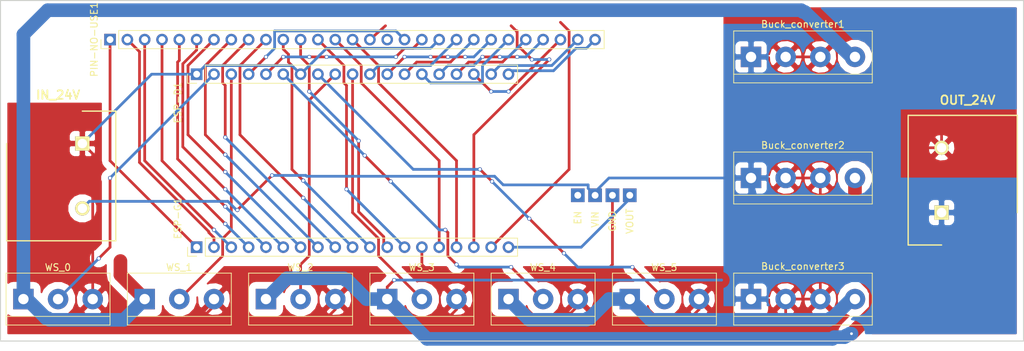
<source format=kicad_pcb>
(kicad_pcb (version 4) (host pcbnew 4.0.6)

  (general
    (links 64)
    (no_connects 2)
    (area 82.924999 72.924999 233.075001 123.075001)
    (thickness 1.6)
    (drawings 4)
    (tracks 348)
    (zones 0)
    (modules 18)
    (nets 41)
  )

  (page A4)
  (layers
    (0 F.Cu signal)
    (31 B.Cu signal)
    (32 B.Adhes user)
    (33 F.Adhes user)
    (34 B.Paste user)
    (35 F.Paste user)
    (36 B.SilkS user)
    (37 F.SilkS user)
    (38 B.Mask user)
    (39 F.Mask user)
    (40 Dwgs.User user)
    (41 Cmts.User user)
    (42 Eco1.User user)
    (43 Eco2.User user)
    (44 Edge.Cuts user)
    (45 Margin user)
    (46 B.CrtYd user)
    (47 F.CrtYd user)
    (48 B.Fab user)
    (49 F.Fab user)
  )

  (setup
    (last_trace_width 2)
    (trace_clearance 1)
    (zone_clearance 0.5)
    (zone_45_only yes)
    (trace_min 0.2)
    (segment_width 0.2)
    (edge_width 0.15)
    (via_size 0.6)
    (via_drill 0.4)
    (via_min_size 0.4)
    (via_min_drill 0.3)
    (uvia_size 0.3)
    (uvia_drill 0.1)
    (uvias_allowed no)
    (uvia_min_size 0.2)
    (uvia_min_drill 0.1)
    (pcb_text_width 0.3)
    (pcb_text_size 1.5 1.5)
    (mod_edge_width 0.15)
    (mod_text_size 1 1)
    (mod_text_width 0.15)
    (pad_size 2 2)
    (pad_drill 1)
    (pad_to_mask_clearance 0.2)
    (aux_axis_origin 81.28 142.24)
    (visible_elements 7FFFFFFF)
    (pcbplotparams
      (layerselection 0x00030_80000001)
      (usegerberextensions false)
      (excludeedgelayer true)
      (linewidth 0.100000)
      (plotframeref false)
      (viasonmask false)
      (mode 1)
      (useauxorigin false)
      (hpglpennumber 1)
      (hpglpenspeed 20)
      (hpglpendiameter 15)
      (hpglpenoverlay 2)
      (psnegative false)
      (psa4output false)
      (plotreference true)
      (plotvalue true)
      (plotinvisibletext false)
      (padsonsilk false)
      (subtractmaskfromsilk false)
      (outputformat 1)
      (mirror false)
      (drillshape 1)
      (scaleselection 1)
      (outputdirectory ""))
  )

  (net 0 "")
  (net 1 +24V)
  (net 2 "Net-(Buck_converter1-Pad4)")
  (net 3 WS0)
  (net 4 WS1)
  (net 5 TXDO)
  (net 6 RXD0)
  (net 7 WS4)
  (net 8 GND)
  (net 9 WS5)
  (net 10 WS2)
  (net 11 WS3)
  (net 12 IO17)
  (net 13 IO16)
  (net 14 IO4)
  (net 15 IO0)
  (net 16 IO2)
  (net 17 IO15)
  (net 18 SD1)
  (net 19 3V3)
  (net 20 EN)
  (net 21 SVP)
  (net 22 SVN)
  (net 23 IO34)
  (net 24 IO35)
  (net 25 IO32)
  (net 26 IO33)
  (net 27 IO25)
  (net 28 IO26)
  (net 29 IO27)
  (net 30 IO14)
  (net 31 IO12)
  (net 32 IO13)
  (net 33 SD2)
  (net 34 SD3)
  (net 35 CMD)
  (net 36 SD0)
  (net 37 CLK)
  (net 38 "Net-(ESP-G1-Pad19)")
  (net 39 "Net-(Buck_converter2-Pad4)")
  (net 40 "Net-(Buck_converter3-Pad4)")

  (net_class Default "Ceci est la Netclass par défaut"
    (clearance 1)
    (trace_width 2)
    (via_dia 0.6)
    (via_drill 0.4)
    (uvia_dia 0.3)
    (uvia_drill 0.1)
    (add_net +24V)
    (add_net 3V3)
    (add_net CLK)
    (add_net CMD)
    (add_net EN)
    (add_net GND)
    (add_net IO0)
    (add_net IO12)
    (add_net IO13)
    (add_net IO14)
    (add_net IO15)
    (add_net IO16)
    (add_net IO17)
    (add_net IO2)
    (add_net IO25)
    (add_net IO26)
    (add_net IO27)
    (add_net IO32)
    (add_net IO33)
    (add_net IO34)
    (add_net IO35)
    (add_net IO4)
    (add_net "Net-(Buck_converter1-Pad4)")
    (add_net "Net-(Buck_converter2-Pad4)")
    (add_net "Net-(Buck_converter3-Pad4)")
    (add_net "Net-(ESP-G1-Pad19)")
    (add_net RXD0)
    (add_net SD0)
    (add_net SD1)
    (add_net SD2)
    (add_net SD3)
    (add_net SVN)
    (add_net SVP)
    (add_net TXDO)
    (add_net WS0)
    (add_net WS1)
    (add_net WS2)
    (add_net WS3)
    (add_net WS4)
    (add_net WS5)
  )

  (module SHDR2W120P0X952_1X2_1904X1600X2150P (layer F.Cu) (tedit 5A7ADE45) (tstamp 5A7AD58F)
    (at 95 94 270)
    (descr 1902547)
    (tags Connector)
    (path /5A7992A1)
    (fp_text reference IN_24V (at -7.132 3.56 360) (layer F.SilkS)
      (effects (font (size 1.27 1.27) (thickness 0.254)))
    )
    (fp_text value "" (at -9.418 3.052 270) (layer F.SilkS) hide
      (effects (font (size 1.27 1.27) (thickness 0.254)))
    )
    (fp_line (start -5.01 11.35) (end -5.01 -5.15) (layer Dwgs.User) (width 0.05))
    (fp_line (start -5.01 -5.15) (end 14.53 -5.15) (layer Dwgs.User) (width 0.05))
    (fp_line (start 14.53 -5.15) (end 14.53 11.35) (layer Dwgs.User) (width 0.05))
    (fp_line (start 14.53 11.35) (end -5.01 11.35) (layer Dwgs.User) (width 0.05))
    (fp_line (start -4.76 11.1) (end -4.76 -4.9) (layer Dwgs.User) (width 0.1))
    (fp_line (start -4.76 -4.9) (end 14.28 -4.9) (layer Dwgs.User) (width 0.1))
    (fp_line (start 14.28 -4.9) (end 14.28 11.1) (layer Dwgs.User) (width 0.1))
    (fp_line (start 14.28 11.1) (end -4.76 11.1) (layer Dwgs.User) (width 0.1))
    (fp_line (start 0 11.1) (end 14.28 11.1) (layer F.SilkS) (width 0.2))
    (fp_line (start 14.28 11.1) (end 14.28 -4.9) (layer F.SilkS) (width 0.2))
    (fp_line (start 14.28 -4.9) (end -4.76 -4.9) (layer F.SilkS) (width 0.2))
    (fp_line (start -4.76 -4.9) (end -4.76 0) (layer F.SilkS) (width 0.2))
    (pad 1 thru_hole rect (at 0 0) (size 2.1 2.1) (drill 1.4) (layers *.Cu *.Mask F.SilkS)
      (net 8 GND))
    (pad 2 thru_hole circle (at 9.52 0) (size 2.1 2.1) (drill 1.4) (layers *.Cu *.Mask F.SilkS)
      (net 1 +24V))
  )

  (module Connectors_Terminal_Blocks:TerminalBlock_bornier-4_P5.08mm (layer F.Cu) (tedit 59FF03D1) (tstamp 5A7AD501)
    (at 193.04 81.28)
    (descr "simple 4-pin terminal block, pitch 5.08mm, revamped version of bornier4")
    (tags "terminal block bornier4")
    (path /5A786E13)
    (fp_text reference Buck_converter1 (at 7.6 -4.8) (layer F.SilkS)
      (effects (font (size 1 1) (thickness 0.15)))
    )
    (fp_text value BUCK-CONVERTER1 (at 7.6 4.75) (layer F.Fab)
      (effects (font (size 1 1) (thickness 0.15)))
    )
    (fp_text user %R (at 7.62 0) (layer F.Fab)
      (effects (font (size 1 1) (thickness 0.15)))
    )
    (fp_line (start -2.48 2.55) (end 17.72 2.55) (layer F.Fab) (width 0.1))
    (fp_line (start -2.43 3.75) (end -2.48 3.75) (layer F.Fab) (width 0.1))
    (fp_line (start -2.48 3.75) (end -2.48 -3.75) (layer F.Fab) (width 0.1))
    (fp_line (start -2.48 -3.75) (end 17.72 -3.75) (layer F.Fab) (width 0.1))
    (fp_line (start 17.72 -3.75) (end 17.72 3.75) (layer F.Fab) (width 0.1))
    (fp_line (start 17.72 3.75) (end -2.43 3.75) (layer F.Fab) (width 0.1))
    (fp_line (start -2.54 -3.81) (end -2.54 3.81) (layer F.SilkS) (width 0.12))
    (fp_line (start 17.78 3.81) (end 17.78 -3.81) (layer F.SilkS) (width 0.12))
    (fp_line (start 17.78 2.54) (end -2.54 2.54) (layer F.SilkS) (width 0.12))
    (fp_line (start -2.54 -3.81) (end 17.78 -3.81) (layer F.SilkS) (width 0.12))
    (fp_line (start -2.54 3.81) (end 17.78 3.81) (layer F.SilkS) (width 0.12))
    (fp_line (start -2.73 -4) (end 17.97 -4) (layer F.CrtYd) (width 0.05))
    (fp_line (start -2.73 -4) (end -2.73 4) (layer F.CrtYd) (width 0.05))
    (fp_line (start 17.97 4) (end 17.97 -4) (layer F.CrtYd) (width 0.05))
    (fp_line (start 17.97 4) (end -2.73 4) (layer F.CrtYd) (width 0.05))
    (pad 2 thru_hole circle (at 5.08 0) (size 3 3) (drill 1.52) (layers *.Cu *.Mask)
      (net 8 GND))
    (pad 3 thru_hole circle (at 10.16 0) (size 3 3) (drill 1.52) (layers *.Cu *.Mask)
      (net 8 GND))
    (pad 1 thru_hole rect (at 0 0) (size 3 3) (drill 1.52) (layers *.Cu *.Mask)
      (net 1 +24V))
    (pad 4 thru_hole circle (at 15.24 0) (size 3 3) (drill 1.52) (layers *.Cu *.Mask)
      (net 2 "Net-(Buck_converter1-Pad4)"))
    (model ${KISYS3DMOD}/Terminal_Blocks.3dshapes/TerminalBlock_bornier-4_P5.08mm.wrl
      (at (xyz 0.3 0 0))
      (scale (xyz 1 1 1))
      (rotate (xyz 0 0 0))
    )
  )

  (module Connectors_Terminal_Blocks:TerminalBlock_bornier-4_P5.08mm (layer F.Cu) (tedit 5A7ADDCA) (tstamp 5A7AD519)
    (at 193.04 99.06)
    (descr "simple 4-pin terminal block, pitch 5.08mm, revamped version of bornier4")
    (tags "terminal block bornier4")
    (path /5A7AD2C9)
    (fp_text reference Buck_converter2 (at 7.6 -4.8) (layer F.SilkS)
      (effects (font (size 1 1) (thickness 0.15)))
    )
    (fp_text value BUCK-CONVERTER2 (at 7.6 4.75) (layer F.Fab)
      (effects (font (size 1 1) (thickness 0.15)))
    )
    (fp_text user "" (at 7.62 0) (layer F.Fab)
      (effects (font (size 1 1) (thickness 0.15)))
    )
    (fp_line (start -2.48 2.55) (end 17.72 2.55) (layer F.Fab) (width 0.1))
    (fp_line (start -2.43 3.75) (end -2.48 3.75) (layer F.Fab) (width 0.1))
    (fp_line (start -2.48 3.75) (end -2.48 -3.75) (layer F.Fab) (width 0.1))
    (fp_line (start -2.48 -3.75) (end 17.72 -3.75) (layer F.Fab) (width 0.1))
    (fp_line (start 17.72 -3.75) (end 17.72 3.75) (layer F.Fab) (width 0.1))
    (fp_line (start 17.72 3.75) (end -2.43 3.75) (layer F.Fab) (width 0.1))
    (fp_line (start -2.54 -3.81) (end -2.54 3.81) (layer F.SilkS) (width 0.12))
    (fp_line (start 17.78 3.81) (end 17.78 -3.81) (layer F.SilkS) (width 0.12))
    (fp_line (start 17.78 2.54) (end -2.54 2.54) (layer F.SilkS) (width 0.12))
    (fp_line (start -2.54 -3.81) (end 17.78 -3.81) (layer F.SilkS) (width 0.12))
    (fp_line (start -2.54 3.81) (end 17.78 3.81) (layer F.SilkS) (width 0.12))
    (fp_line (start -2.73 -4) (end 17.97 -4) (layer F.CrtYd) (width 0.05))
    (fp_line (start -2.73 -4) (end -2.73 4) (layer F.CrtYd) (width 0.05))
    (fp_line (start 17.97 4) (end 17.97 -4) (layer F.CrtYd) (width 0.05))
    (fp_line (start 17.97 4) (end -2.73 4) (layer F.CrtYd) (width 0.05))
    (pad 2 thru_hole circle (at 5.08 0) (size 3 3) (drill 1.52) (layers *.Cu *.Mask)
      (net 8 GND))
    (pad 3 thru_hole circle (at 10.16 0) (size 3 3) (drill 1.52) (layers *.Cu *.Mask)
      (net 8 GND))
    (pad 1 thru_hole rect (at 0 0) (size 3 3) (drill 1.52) (layers *.Cu *.Mask)
      (net 1 +24V))
    (pad 4 thru_hole circle (at 15.24 0) (size 3 3) (drill 1.52) (layers *.Cu *.Mask)
      (net 39 "Net-(Buck_converter2-Pad4)"))
    (model ${KISYS3DMOD}/Terminal_Blocks.3dshapes/TerminalBlock_bornier-4_P5.08mm.wrl
      (at (xyz 0.3 0 0))
      (scale (xyz 1 1 1))
      (rotate (xyz 0 0 0))
    )
  )

  (module Connectors_Terminal_Blocks:TerminalBlock_bornier-4_P5.08mm (layer F.Cu) (tedit 5A7AE19B) (tstamp 5A7AD531)
    (at 193.04 116.84)
    (descr "simple 4-pin terminal block, pitch 5.08mm, revamped version of bornier4")
    (tags "terminal block bornier4")
    (path /5A7AD4F6)
    (fp_text reference Buck_converter3 (at 7.6 -4.8) (layer F.SilkS)
      (effects (font (size 1 1) (thickness 0.15)))
    )
    (fp_text value BUCK-CONVERTER3 (at 7.6 4.75) (layer F.Fab)
      (effects (font (size 1 1) (thickness 0.15)))
    )
    (fp_text user "" (at 7.62 7.366) (layer F.Fab)
      (effects (font (size 1 1) (thickness 0.15)))
    )
    (fp_line (start -2.48 2.55) (end 17.72 2.55) (layer F.Fab) (width 0.1))
    (fp_line (start -2.43 3.75) (end -2.48 3.75) (layer F.Fab) (width 0.1))
    (fp_line (start -2.48 3.75) (end -2.48 -3.75) (layer F.Fab) (width 0.1))
    (fp_line (start -2.48 -3.75) (end 17.72 -3.75) (layer F.Fab) (width 0.1))
    (fp_line (start 17.72 -3.75) (end 17.72 3.75) (layer F.Fab) (width 0.1))
    (fp_line (start 17.72 3.75) (end -2.43 3.75) (layer F.Fab) (width 0.1))
    (fp_line (start -2.54 -3.81) (end -2.54 3.81) (layer F.SilkS) (width 0.12))
    (fp_line (start 17.78 3.81) (end 17.78 -3.81) (layer F.SilkS) (width 0.12))
    (fp_line (start 17.78 2.54) (end -2.54 2.54) (layer F.SilkS) (width 0.12))
    (fp_line (start -2.54 -3.81) (end 17.78 -3.81) (layer F.SilkS) (width 0.12))
    (fp_line (start -2.54 3.81) (end 17.78 3.81) (layer F.SilkS) (width 0.12))
    (fp_line (start -2.73 -4) (end 17.97 -4) (layer F.CrtYd) (width 0.05))
    (fp_line (start -2.73 -4) (end -2.73 4) (layer F.CrtYd) (width 0.05))
    (fp_line (start 17.97 4) (end 17.97 -4) (layer F.CrtYd) (width 0.05))
    (fp_line (start 17.97 4) (end -2.73 4) (layer F.CrtYd) (width 0.05))
    (pad 2 thru_hole circle (at 5.08 0) (size 3 3) (drill 1.52) (layers *.Cu *.Mask)
      (net 8 GND))
    (pad 3 thru_hole circle (at 10.16 0) (size 3 3) (drill 1.52) (layers *.Cu *.Mask)
      (net 8 GND))
    (pad 1 thru_hole rect (at 0 0) (size 3 3) (drill 1.52) (layers *.Cu *.Mask)
      (net 1 +24V))
    (pad 4 thru_hole circle (at 15.24 0) (size 3 3) (drill 1.52) (layers *.Cu *.Mask)
      (net 40 "Net-(Buck_converter3-Pad4)"))
    (model ${KISYS3DMOD}/Terminal_Blocks.3dshapes/TerminalBlock_bornier-4_P5.08mm.wrl
      (at (xyz 0.3 0 0))
      (scale (xyz 1 1 1))
      (rotate (xyz 0 0 0))
    )
  )

  (module Socket_Strips:Socket_Strip_Straight_1x19_Pitch2.54mm (layer F.Cu) (tedit 5A7ADD10) (tstamp 5A7AD557)
    (at 111.76 83.82 90)
    (descr "Through hole straight socket strip, 1x19, 2.54mm pitch, single row")
    (tags "Through hole socket strip THT 1x19 2.54mm single row")
    (path /5A788AEB)
    (fp_text reference ESP-D1 (at -4.18 -2.76 90) (layer F.SilkS)
      (effects (font (size 1 1) (thickness 0.15)))
    )
    (fp_text value ESP32-D (at 0 48.05 90) (layer F.Fab)
      (effects (font (size 1 1) (thickness 0.15)))
    )
    (fp_line (start -1.27 -1.27) (end -1.27 46.99) (layer F.Fab) (width 0.1))
    (fp_line (start -1.27 46.99) (end 1.27 46.99) (layer F.Fab) (width 0.1))
    (fp_line (start 1.27 46.99) (end 1.27 -1.27) (layer F.Fab) (width 0.1))
    (fp_line (start 1.27 -1.27) (end -1.27 -1.27) (layer F.Fab) (width 0.1))
    (fp_line (start -1.33 1.27) (end -1.33 47.05) (layer F.SilkS) (width 0.12))
    (fp_line (start -1.33 47.05) (end 1.33 47.05) (layer F.SilkS) (width 0.12))
    (fp_line (start 1.33 47.05) (end 1.33 1.27) (layer F.SilkS) (width 0.12))
    (fp_line (start 1.33 1.27) (end -1.33 1.27) (layer F.SilkS) (width 0.12))
    (fp_line (start -1.33 0) (end -1.33 -1.33) (layer F.SilkS) (width 0.12))
    (fp_line (start -1.33 -1.33) (end 0 -1.33) (layer F.SilkS) (width 0.12))
    (fp_line (start -1.8 -1.8) (end -1.8 47.5) (layer F.CrtYd) (width 0.05))
    (fp_line (start -1.8 47.5) (end 1.8 47.5) (layer F.CrtYd) (width 0.05))
    (fp_line (start 1.8 47.5) (end 1.8 -1.8) (layer F.CrtYd) (width 0.05))
    (fp_line (start 1.8 -1.8) (end -1.8 -1.8) (layer F.CrtYd) (width 0.05))
    (fp_text user %R (at 0 -2.33 90) (layer F.Fab)
      (effects (font (size 1 1) (thickness 0.15)))
    )
    (pad 1 thru_hole rect (at 0 0 90) (size 1.7 1.7) (drill 1) (layers *.Cu *.Mask)
      (net 8 GND))
    (pad 2 thru_hole oval (at 0 2.54 90) (size 1.7 1.7) (drill 1) (layers *.Cu *.Mask)
      (net 3 WS0))
    (pad 3 thru_hole oval (at 0 5.08 90) (size 1.7 1.7) (drill 1) (layers *.Cu *.Mask)
      (net 4 WS1))
    (pad 4 thru_hole oval (at 0 7.62 90) (size 1.7 1.7) (drill 1) (layers *.Cu *.Mask)
      (net 5 TXDO))
    (pad 5 thru_hole oval (at 0 10.16 90) (size 1.7 1.7) (drill 1) (layers *.Cu *.Mask)
      (net 6 RXD0))
    (pad 6 thru_hole oval (at 0 12.7 90) (size 1.7 1.7) (drill 1) (layers *.Cu *.Mask)
      (net 7 WS4))
    (pad 7 thru_hole oval (at 0 15.24 90) (size 1.7 1.7) (drill 1) (layers *.Cu *.Mask)
      (net 8 GND))
    (pad 8 thru_hole oval (at 0 17.78 90) (size 1.7 1.7) (drill 1) (layers *.Cu *.Mask)
      (net 9 WS5))
    (pad 9 thru_hole oval (at 0 20.32 90) (size 1.7 1.7) (drill 1) (layers *.Cu *.Mask)
      (net 10 WS2))
    (pad 10 thru_hole oval (at 0 22.86 90) (size 1.7 1.7) (drill 1) (layers *.Cu *.Mask)
      (net 11 WS3))
    (pad 11 thru_hole oval (at 0 25.4 90) (size 1.7 1.7) (drill 1) (layers *.Cu *.Mask)
      (net 12 IO17))
    (pad 12 thru_hole oval (at 0 27.94 90) (size 1.7 1.7) (drill 1) (layers *.Cu *.Mask)
      (net 13 IO16))
    (pad 13 thru_hole oval (at 0 30.48 90) (size 1.7 1.7) (drill 1) (layers *.Cu *.Mask)
      (net 14 IO4))
    (pad 14 thru_hole oval (at 0 33.02 90) (size 1.7 1.7) (drill 1) (layers *.Cu *.Mask)
      (net 15 IO0))
    (pad 15 thru_hole oval (at 0 35.56 90) (size 1.7 1.7) (drill 1) (layers *.Cu *.Mask)
      (net 16 IO2))
    (pad 16 thru_hole oval (at 0 38.1 90) (size 1.7 1.7) (drill 1) (layers *.Cu *.Mask)
      (net 17 IO15))
    (pad 17 thru_hole oval (at 0 40.64 90) (size 1.7 1.7) (drill 1) (layers *.Cu *.Mask)
      (net 18 SD1))
    (pad 18 thru_hole oval (at 0 43.18 90) (size 1.7 1.7) (drill 1) (layers *.Cu *.Mask)
      (net 36 SD0))
    (pad 19 thru_hole oval (at 0 45.72 90) (size 1.7 1.7) (drill 1) (layers *.Cu *.Mask)
      (net 37 CLK))
    (model ${KISYS3DMOD}/Socket_Strips.3dshapes/Socket_Strip_Straight_1x19_Pitch2.54mm.wrl
      (at (xyz 0 -0.9 0))
      (scale (xyz 1 1 1))
      (rotate (xyz 0 0 270))
    )
  )

  (module Socket_Strips:Socket_Strip_Straight_1x19_Pitch2.54mm (layer F.Cu) (tedit 5A7ADD06) (tstamp 5A7AD57D)
    (at 111.76 109.22 90)
    (descr "Through hole straight socket strip, 1x19, 2.54mm pitch, single row")
    (tags "Through hole socket strip THT 1x19 2.54mm single row")
    (path /5A788AA6)
    (fp_text reference ESP-G1 (at 4.22 -2.76 90) (layer F.SilkS)
      (effects (font (size 1 1) (thickness 0.15)))
    )
    (fp_text value ESP32-G (at 0 48.05 90) (layer F.Fab)
      (effects (font (size 1 1) (thickness 0.15)))
    )
    (fp_line (start -1.27 -1.27) (end -1.27 46.99) (layer F.Fab) (width 0.1))
    (fp_line (start -1.27 46.99) (end 1.27 46.99) (layer F.Fab) (width 0.1))
    (fp_line (start 1.27 46.99) (end 1.27 -1.27) (layer F.Fab) (width 0.1))
    (fp_line (start 1.27 -1.27) (end -1.27 -1.27) (layer F.Fab) (width 0.1))
    (fp_line (start -1.33 1.27) (end -1.33 47.05) (layer F.SilkS) (width 0.12))
    (fp_line (start -1.33 47.05) (end 1.33 47.05) (layer F.SilkS) (width 0.12))
    (fp_line (start 1.33 47.05) (end 1.33 1.27) (layer F.SilkS) (width 0.12))
    (fp_line (start 1.33 1.27) (end -1.33 1.27) (layer F.SilkS) (width 0.12))
    (fp_line (start -1.33 0) (end -1.33 -1.33) (layer F.SilkS) (width 0.12))
    (fp_line (start -1.33 -1.33) (end 0 -1.33) (layer F.SilkS) (width 0.12))
    (fp_line (start -1.8 -1.8) (end -1.8 47.5) (layer F.CrtYd) (width 0.05))
    (fp_line (start -1.8 47.5) (end 1.8 47.5) (layer F.CrtYd) (width 0.05))
    (fp_line (start 1.8 47.5) (end 1.8 -1.8) (layer F.CrtYd) (width 0.05))
    (fp_line (start 1.8 -1.8) (end -1.8 -1.8) (layer F.CrtYd) (width 0.05))
    (fp_text user %R (at 0 -2.33 90) (layer F.Fab)
      (effects (font (size 1 1) (thickness 0.15)))
    )
    (pad 1 thru_hole rect (at 0 0 90) (size 1.7 1.7) (drill 1) (layers *.Cu *.Mask)
      (net 19 3V3))
    (pad 2 thru_hole oval (at 0 2.54 90) (size 1.7 1.7) (drill 1) (layers *.Cu *.Mask)
      (net 20 EN))
    (pad 3 thru_hole oval (at 0 5.08 90) (size 1.7 1.7) (drill 1) (layers *.Cu *.Mask)
      (net 21 SVP))
    (pad 4 thru_hole oval (at 0 7.62 90) (size 1.7 1.7) (drill 1) (layers *.Cu *.Mask)
      (net 22 SVN))
    (pad 5 thru_hole oval (at 0 10.16 90) (size 1.7 1.7) (drill 1) (layers *.Cu *.Mask)
      (net 23 IO34))
    (pad 6 thru_hole oval (at 0 12.7 90) (size 1.7 1.7) (drill 1) (layers *.Cu *.Mask)
      (net 24 IO35))
    (pad 7 thru_hole oval (at 0 15.24 90) (size 1.7 1.7) (drill 1) (layers *.Cu *.Mask)
      (net 25 IO32))
    (pad 8 thru_hole oval (at 0 17.78 90) (size 1.7 1.7) (drill 1) (layers *.Cu *.Mask)
      (net 26 IO33))
    (pad 9 thru_hole oval (at 0 20.32 90) (size 1.7 1.7) (drill 1) (layers *.Cu *.Mask)
      (net 27 IO25))
    (pad 10 thru_hole oval (at 0 22.86 90) (size 1.7 1.7) (drill 1) (layers *.Cu *.Mask)
      (net 28 IO26))
    (pad 11 thru_hole oval (at 0 25.4 90) (size 1.7 1.7) (drill 1) (layers *.Cu *.Mask)
      (net 29 IO27))
    (pad 12 thru_hole oval (at 0 27.94 90) (size 1.7 1.7) (drill 1) (layers *.Cu *.Mask)
      (net 30 IO14))
    (pad 13 thru_hole oval (at 0 30.48 90) (size 1.7 1.7) (drill 1) (layers *.Cu *.Mask)
      (net 31 IO12))
    (pad 14 thru_hole oval (at 0 33.02 90) (size 1.7 1.7) (drill 1) (layers *.Cu *.Mask)
      (net 8 GND))
    (pad 15 thru_hole oval (at 0 35.56 90) (size 1.7 1.7) (drill 1) (layers *.Cu *.Mask)
      (net 32 IO13))
    (pad 16 thru_hole oval (at 0 38.1 90) (size 1.7 1.7) (drill 1) (layers *.Cu *.Mask)
      (net 33 SD2))
    (pad 17 thru_hole oval (at 0 40.64 90) (size 1.7 1.7) (drill 1) (layers *.Cu *.Mask)
      (net 34 SD3))
    (pad 18 thru_hole oval (at 0 43.18 90) (size 1.7 1.7) (drill 1) (layers *.Cu *.Mask)
      (net 35 CMD))
    (pad 19 thru_hole oval (at 0 45.72 90) (size 1.7 1.7) (drill 1) (layers *.Cu *.Mask)
      (net 38 "Net-(ESP-G1-Pad19)"))
    (model ${KISYS3DMOD}/Socket_Strips.3dshapes/Socket_Strip_Straight_1x19_Pitch2.54mm.wrl
      (at (xyz 0 -0.9 0))
      (scale (xyz 1 1 1))
      (rotate (xyz 0 0 270))
    )
  )

  (module Wire_Pads:SolderWirePad_single_2mmDrill (layer F.Cu) (tedit 5A7ADD7F) (tstamp 5A7AD594)
    (at 167.64 101.6)
    (path /5A7A0F0C)
    (fp_text reference EN (at 0 3.302 90) (layer F.SilkS)
      (effects (font (size 1 1) (thickness 0.15)))
    )
    (fp_text value "" (at -0.635 3.81) (layer F.Fab)
      (effects (font (size 1 1) (thickness 0.15)))
    )
    (pad 1 thru_hole rect (at 0 0) (size 2 2) (drill 1) (layers *.Cu *.Mask))
  )

  (module Wire_Pads:SolderWirePad_single_2mmDrill (layer F.Cu) (tedit 5A7ADD7C) (tstamp 5A7AD599)
    (at 170.18 101.6)
    (path /5A7A0FD5)
    (fp_text reference VIN (at 0 3.556 90) (layer F.SilkS)
      (effects (font (size 1 1) (thickness 0.15)))
    )
    (fp_text value "" (at -0.635 3.81) (layer F.Fab)
      (effects (font (size 1 1) (thickness 0.15)))
    )
    (pad 1 thru_hole rect (at 0 0) (size 2 2) (drill 1) (layers *.Cu *.Mask)
      (net 1 +24V))
  )

  (module Wire_Pads:SolderWirePad_single_2mmDrill (layer F.Cu) (tedit 5A7ADD78) (tstamp 5A7AD59E)
    (at 172.72 101.6)
    (path /5A7A101A)
    (fp_text reference GND (at 0 3.81 90) (layer F.SilkS)
      (effects (font (size 1 1) (thickness 0.15)))
    )
    (fp_text value "" (at -0.635 3.81) (layer F.Fab)
      (effects (font (size 1 1) (thickness 0.15)))
    )
    (pad 1 thru_hole rect (at 0 0) (size 2 2) (drill 1) (layers *.Cu *.Mask)
      (net 8 GND))
  )

  (module Wire_Pads:SolderWirePad_single_2mmDrill (layer F.Cu) (tedit 5A7ADD73) (tstamp 5A7AD5A3)
    (at 175.26 101.6)
    (path /5A7A1059)
    (fp_text reference VOUT (at 0 3.81 90) (layer F.SilkS)
      (effects (font (size 1 1) (thickness 0.15)))
    )
    (fp_text value "" (at -0.635 3.81) (layer F.Fab)
      (effects (font (size 1 1) (thickness 0.15)))
    )
    (pad 1 thru_hole rect (at 0 0) (size 2 2) (drill 1) (layers *.Cu *.Mask)
      (net 38 "Net-(ESP-G1-Pad19)"))
  )

  (module SHDR2W120P0X952_1X2_1904X1600X2150P (layer F.Cu) (tedit 5A7ADE49) (tstamp 5A7AD5B5)
    (at 220.98 104.14 90)
    (descr 1902547)
    (tags Connector)
    (path /5A799224)
    (fp_text reference OUT_24V (at 16.51 3.81 180) (layer F.SilkS)
      (effects (font (size 1.27 1.27) (thickness 0.254)))
    )
    (fp_text value "" (at -10.922 3.81 90) (layer F.SilkS) hide
      (effects (font (size 1.27 1.27) (thickness 0.254)))
    )
    (fp_line (start -5.01 11.35) (end -5.01 -5.15) (layer Dwgs.User) (width 0.05))
    (fp_line (start -5.01 -5.15) (end 14.53 -5.15) (layer Dwgs.User) (width 0.05))
    (fp_line (start 14.53 -5.15) (end 14.53 11.35) (layer Dwgs.User) (width 0.05))
    (fp_line (start 14.53 11.35) (end -5.01 11.35) (layer Dwgs.User) (width 0.05))
    (fp_line (start -4.76 11.1) (end -4.76 -4.9) (layer Dwgs.User) (width 0.1))
    (fp_line (start -4.76 -4.9) (end 14.28 -4.9) (layer Dwgs.User) (width 0.1))
    (fp_line (start 14.28 -4.9) (end 14.28 11.1) (layer Dwgs.User) (width 0.1))
    (fp_line (start 14.28 11.1) (end -4.76 11.1) (layer Dwgs.User) (width 0.1))
    (fp_line (start 0 11.1) (end 14.28 11.1) (layer F.SilkS) (width 0.2))
    (fp_line (start 14.28 11.1) (end 14.28 -4.9) (layer F.SilkS) (width 0.2))
    (fp_line (start 14.28 -4.9) (end -4.76 -4.9) (layer F.SilkS) (width 0.2))
    (fp_line (start -4.76 -4.9) (end -4.76 0) (layer F.SilkS) (width 0.2))
    (pad 1 thru_hole rect (at 0 0 180) (size 2.1 2.1) (drill 1.4) (layers *.Cu *.Mask F.SilkS)
      (net 1 +24V))
    (pad 2 thru_hole circle (at 9.52 0 180) (size 2.1 2.1) (drill 1.4) (layers *.Cu *.Mask F.SilkS)
      (net 8 GND))
  )

  (module Socket_Strips:Socket_Strip_Straight_1x29_Pitch2.54mm (layer F.Cu) (tedit 58CD5447) (tstamp 5A7AD5E5)
    (at 99.06 78.74 90)
    (descr "Through hole straight socket strip, 1x29, 2.54mm pitch, single row")
    (tags "Through hole socket strip THT 1x29 2.54mm single row")
    (path /5A78AB55)
    (fp_text reference PIN-NO-USE1 (at 0 -2.33 90) (layer F.SilkS)
      (effects (font (size 1 1) (thickness 0.15)))
    )
    (fp_text value PIN-NO-USE (at 0 73.45 90) (layer F.Fab)
      (effects (font (size 1 1) (thickness 0.15)))
    )
    (fp_line (start -1.27 -1.27) (end -1.27 72.39) (layer F.Fab) (width 0.1))
    (fp_line (start -1.27 72.39) (end 1.27 72.39) (layer F.Fab) (width 0.1))
    (fp_line (start 1.27 72.39) (end 1.27 -1.27) (layer F.Fab) (width 0.1))
    (fp_line (start 1.27 -1.27) (end -1.27 -1.27) (layer F.Fab) (width 0.1))
    (fp_line (start -1.33 1.27) (end -1.33 72.45) (layer F.SilkS) (width 0.12))
    (fp_line (start -1.33 72.45) (end 1.33 72.45) (layer F.SilkS) (width 0.12))
    (fp_line (start 1.33 72.45) (end 1.33 1.27) (layer F.SilkS) (width 0.12))
    (fp_line (start 1.33 1.27) (end -1.33 1.27) (layer F.SilkS) (width 0.12))
    (fp_line (start -1.33 0) (end -1.33 -1.33) (layer F.SilkS) (width 0.12))
    (fp_line (start -1.33 -1.33) (end 0 -1.33) (layer F.SilkS) (width 0.12))
    (fp_line (start -1.8 -1.8) (end -1.8 72.9) (layer F.CrtYd) (width 0.05))
    (fp_line (start -1.8 72.9) (end 1.8 72.9) (layer F.CrtYd) (width 0.05))
    (fp_line (start 1.8 72.9) (end 1.8 -1.8) (layer F.CrtYd) (width 0.05))
    (fp_line (start 1.8 -1.8) (end -1.8 -1.8) (layer F.CrtYd) (width 0.05))
    (fp_text user %R (at 0 -2.33 90) (layer F.Fab)
      (effects (font (size 1 1) (thickness 0.15)))
    )
    (pad 1 thru_hole rect (at 0 0 90) (size 1.7 1.7) (drill 1) (layers *.Cu *.Mask)
      (net 19 3V3))
    (pad 2 thru_hole oval (at 0 2.54 90) (size 1.7 1.7) (drill 1) (layers *.Cu *.Mask)
      (net 20 EN))
    (pad 3 thru_hole oval (at 0 5.08 90) (size 1.7 1.7) (drill 1) (layers *.Cu *.Mask)
      (net 21 SVP))
    (pad 4 thru_hole oval (at 0 7.62 90) (size 1.7 1.7) (drill 1) (layers *.Cu *.Mask)
      (net 22 SVN))
    (pad 5 thru_hole oval (at 0 10.16 90) (size 1.7 1.7) (drill 1) (layers *.Cu *.Mask)
      (net 23 IO34))
    (pad 6 thru_hole oval (at 0 12.7 90) (size 1.7 1.7) (drill 1) (layers *.Cu *.Mask)
      (net 24 IO35))
    (pad 7 thru_hole oval (at 0 15.24 90) (size 1.7 1.7) (drill 1) (layers *.Cu *.Mask)
      (net 25 IO32))
    (pad 8 thru_hole oval (at 0 17.78 90) (size 1.7 1.7) (drill 1) (layers *.Cu *.Mask)
      (net 26 IO33))
    (pad 9 thru_hole oval (at 0 20.32 90) (size 1.7 1.7) (drill 1) (layers *.Cu *.Mask)
      (net 27 IO25))
    (pad 10 thru_hole oval (at 0 22.86 90) (size 1.7 1.7) (drill 1) (layers *.Cu *.Mask)
      (net 28 IO26))
    (pad 11 thru_hole oval (at 0 25.4 90) (size 1.7 1.7) (drill 1) (layers *.Cu *.Mask)
      (net 29 IO27))
    (pad 12 thru_hole oval (at 0 27.94 90) (size 1.7 1.7) (drill 1) (layers *.Cu *.Mask)
      (net 30 IO14))
    (pad 13 thru_hole oval (at 0 30.48 90) (size 1.7 1.7) (drill 1) (layers *.Cu *.Mask)
      (net 31 IO12))
    (pad 14 thru_hole oval (at 0 33.02 90) (size 1.7 1.7) (drill 1) (layers *.Cu *.Mask)
      (net 32 IO13))
    (pad 15 thru_hole oval (at 0 35.56 90) (size 1.7 1.7) (drill 1) (layers *.Cu *.Mask)
      (net 33 SD2))
    (pad 16 thru_hole oval (at 0 38.1 90) (size 1.7 1.7) (drill 1) (layers *.Cu *.Mask)
      (net 34 SD3))
    (pad 17 thru_hole oval (at 0 40.64 90) (size 1.7 1.7) (drill 1) (layers *.Cu *.Mask)
      (net 35 CMD))
    (pad 18 thru_hole oval (at 0 43.18 90) (size 1.7 1.7) (drill 1) (layers *.Cu *.Mask)
      (net 5 TXDO))
    (pad 19 thru_hole oval (at 0 45.72 90) (size 1.7 1.7) (drill 1) (layers *.Cu *.Mask)
      (net 6 RXD0))
    (pad 20 thru_hole oval (at 0 48.26 90) (size 1.7 1.7) (drill 1) (layers *.Cu *.Mask)
      (net 8 GND))
    (pad 21 thru_hole oval (at 0 50.8 90) (size 1.7 1.7) (drill 1) (layers *.Cu *.Mask)
      (net 12 IO17))
    (pad 22 thru_hole oval (at 0 53.34 90) (size 1.7 1.7) (drill 1) (layers *.Cu *.Mask)
      (net 13 IO16))
    (pad 23 thru_hole oval (at 0 55.88 90) (size 1.7 1.7) (drill 1) (layers *.Cu *.Mask)
      (net 14 IO4))
    (pad 24 thru_hole oval (at 0 58.42 90) (size 1.7 1.7) (drill 1) (layers *.Cu *.Mask)
      (net 15 IO0))
    (pad 25 thru_hole oval (at 0 60.96 90) (size 1.7 1.7) (drill 1) (layers *.Cu *.Mask)
      (net 16 IO2))
    (pad 26 thru_hole oval (at 0 63.5 90) (size 1.7 1.7) (drill 1) (layers *.Cu *.Mask)
      (net 17 IO15))
    (pad 27 thru_hole oval (at 0 66.04 90) (size 1.7 1.7) (drill 1) (layers *.Cu *.Mask)
      (net 18 SD1))
    (pad 28 thru_hole oval (at 0 68.58 90) (size 1.7 1.7) (drill 1) (layers *.Cu *.Mask)
      (net 36 SD0))
    (pad 29 thru_hole oval (at 0 71.12 90) (size 1.7 1.7) (drill 1) (layers *.Cu *.Mask)
      (net 37 CLK))
    (model ${KISYS3DMOD}/Socket_Strips.3dshapes/Socket_Strip_Straight_1x29_Pitch2.54mm.wrl
      (at (xyz 0 -1.4 0))
      (scale (xyz 1 1 1))
      (rotate (xyz 0 0 270))
    )
  )

  (module Connectors_Terminal_Blocks:TerminalBlock_bornier-3_P5.08mm (layer F.Cu) (tedit 5A7ADDF4) (tstamp 5A7AD5FB)
    (at 86.36 116.84)
    (descr "simple 3-pin terminal block, pitch 5.08mm, revamped version of bornier3")
    (tags "terminal block bornier3")
    (path /5A796D5D)
    (fp_text reference WS_0 (at 5.05 -4.65) (layer F.SilkS)
      (effects (font (size 1 1) (thickness 0.15)))
    )
    (fp_text value Screw_Terminal_1x03 (at 5.08 5.08) (layer F.Fab)
      (effects (font (size 1 1) (thickness 0.15)))
    )
    (fp_text user %R (at 5.08 0) (layer F.Fab)
      (effects (font (size 1 1) (thickness 0.15)))
    )
    (fp_line (start -2.47 2.55) (end 12.63 2.55) (layer F.Fab) (width 0.1))
    (fp_line (start -2.47 -3.75) (end 12.63 -3.75) (layer F.Fab) (width 0.1))
    (fp_line (start 12.63 -3.75) (end 12.63 3.75) (layer F.Fab) (width 0.1))
    (fp_line (start 12.63 3.75) (end -2.47 3.75) (layer F.Fab) (width 0.1))
    (fp_line (start -2.47 3.75) (end -2.47 -3.75) (layer F.Fab) (width 0.1))
    (fp_line (start -2.54 3.81) (end -2.54 -3.81) (layer F.SilkS) (width 0.12))
    (fp_line (start 12.7 3.81) (end 12.7 -3.81) (layer F.SilkS) (width 0.12))
    (fp_line (start -2.54 2.54) (end 12.7 2.54) (layer F.SilkS) (width 0.12))
    (fp_line (start -2.54 -3.81) (end 12.7 -3.81) (layer F.SilkS) (width 0.12))
    (fp_line (start -2.54 3.81) (end 12.7 3.81) (layer F.SilkS) (width 0.12))
    (fp_line (start -2.72 -4) (end 12.88 -4) (layer F.CrtYd) (width 0.05))
    (fp_line (start -2.72 -4) (end -2.72 4) (layer F.CrtYd) (width 0.05))
    (fp_line (start 12.88 4) (end 12.88 -4) (layer F.CrtYd) (width 0.05))
    (fp_line (start 12.88 4) (end -2.72 4) (layer F.CrtYd) (width 0.05))
    (pad 1 thru_hole rect (at 0 0) (size 3 3) (drill 1.52) (layers *.Cu *.Mask)
      (net 2 "Net-(Buck_converter1-Pad4)"))
    (pad 2 thru_hole circle (at 5.08 0) (size 3 3) (drill 1.52) (layers *.Cu *.Mask)
      (net 3 WS0))
    (pad 3 thru_hole circle (at 10.16 0) (size 3 3) (drill 1.52) (layers *.Cu *.Mask)
      (net 8 GND))
    (model ${KISYS3DMOD}/Terminal_Blocks.3dshapes/TerminalBlock_bornier-3_P5.08mm.wrl
      (at (xyz 0.2 0 0))
      (scale (xyz 1 1 1))
      (rotate (xyz 0 0 0))
    )
  )

  (module Connectors_Terminal_Blocks:TerminalBlock_bornier-3_P5.08mm (layer F.Cu) (tedit 5A7ADDEF) (tstamp 5A7AD611)
    (at 104.14 116.84)
    (descr "simple 3-pin terminal block, pitch 5.08mm, revamped version of bornier3")
    (tags "terminal block bornier3")
    (path /5A796DAB)
    (fp_text reference WS_1 (at 5.05 -4.65) (layer F.SilkS)
      (effects (font (size 1 1) (thickness 0.15)))
    )
    (fp_text value Screw_Terminal_1x03 (at 5.08 5.08) (layer F.Fab)
      (effects (font (size 1 1) (thickness 0.15)))
    )
    (fp_text user %R (at 5.08 0) (layer F.Fab)
      (effects (font (size 1 1) (thickness 0.15)))
    )
    (fp_line (start -2.47 2.55) (end 12.63 2.55) (layer F.Fab) (width 0.1))
    (fp_line (start -2.47 -3.75) (end 12.63 -3.75) (layer F.Fab) (width 0.1))
    (fp_line (start 12.63 -3.75) (end 12.63 3.75) (layer F.Fab) (width 0.1))
    (fp_line (start 12.63 3.75) (end -2.47 3.75) (layer F.Fab) (width 0.1))
    (fp_line (start -2.47 3.75) (end -2.47 -3.75) (layer F.Fab) (width 0.1))
    (fp_line (start -2.54 3.81) (end -2.54 -3.81) (layer F.SilkS) (width 0.12))
    (fp_line (start 12.7 3.81) (end 12.7 -3.81) (layer F.SilkS) (width 0.12))
    (fp_line (start -2.54 2.54) (end 12.7 2.54) (layer F.SilkS) (width 0.12))
    (fp_line (start -2.54 -3.81) (end 12.7 -3.81) (layer F.SilkS) (width 0.12))
    (fp_line (start -2.54 3.81) (end 12.7 3.81) (layer F.SilkS) (width 0.12))
    (fp_line (start -2.72 -4) (end 12.88 -4) (layer F.CrtYd) (width 0.05))
    (fp_line (start -2.72 -4) (end -2.72 4) (layer F.CrtYd) (width 0.05))
    (fp_line (start 12.88 4) (end 12.88 -4) (layer F.CrtYd) (width 0.05))
    (fp_line (start 12.88 4) (end -2.72 4) (layer F.CrtYd) (width 0.05))
    (pad 1 thru_hole rect (at 0 0) (size 3 3) (drill 1.52) (layers *.Cu *.Mask)
      (net 2 "Net-(Buck_converter1-Pad4)"))
    (pad 2 thru_hole circle (at 5.08 0) (size 3 3) (drill 1.52) (layers *.Cu *.Mask)
      (net 4 WS1))
    (pad 3 thru_hole circle (at 10.16 0) (size 3 3) (drill 1.52) (layers *.Cu *.Mask)
      (net 8 GND))
    (model ${KISYS3DMOD}/Terminal_Blocks.3dshapes/TerminalBlock_bornier-3_P5.08mm.wrl
      (at (xyz 0.2 0 0))
      (scale (xyz 1 1 1))
      (rotate (xyz 0 0 0))
    )
  )

  (module Connectors_Terminal_Blocks:TerminalBlock_bornier-3_P5.08mm (layer F.Cu) (tedit 5A7ADDEC) (tstamp 5A7AD627)
    (at 121.92 116.84)
    (descr "simple 3-pin terminal block, pitch 5.08mm, revamped version of bornier3")
    (tags "terminal block bornier3")
    (path /5A796DE4)
    (fp_text reference WS_2 (at 5.05 -4.65) (layer F.SilkS)
      (effects (font (size 1 1) (thickness 0.15)))
    )
    (fp_text value Screw_Terminal_1x03 (at 5.08 5.08) (layer F.Fab)
      (effects (font (size 1 1) (thickness 0.15)))
    )
    (fp_text user %R (at 5.08 0) (layer F.Fab)
      (effects (font (size 1 1) (thickness 0.15)))
    )
    (fp_line (start -2.47 2.55) (end 12.63 2.55) (layer F.Fab) (width 0.1))
    (fp_line (start -2.47 -3.75) (end 12.63 -3.75) (layer F.Fab) (width 0.1))
    (fp_line (start 12.63 -3.75) (end 12.63 3.75) (layer F.Fab) (width 0.1))
    (fp_line (start 12.63 3.75) (end -2.47 3.75) (layer F.Fab) (width 0.1))
    (fp_line (start -2.47 3.75) (end -2.47 -3.75) (layer F.Fab) (width 0.1))
    (fp_line (start -2.54 3.81) (end -2.54 -3.81) (layer F.SilkS) (width 0.12))
    (fp_line (start 12.7 3.81) (end 12.7 -3.81) (layer F.SilkS) (width 0.12))
    (fp_line (start -2.54 2.54) (end 12.7 2.54) (layer F.SilkS) (width 0.12))
    (fp_line (start -2.54 -3.81) (end 12.7 -3.81) (layer F.SilkS) (width 0.12))
    (fp_line (start -2.54 3.81) (end 12.7 3.81) (layer F.SilkS) (width 0.12))
    (fp_line (start -2.72 -4) (end 12.88 -4) (layer F.CrtYd) (width 0.05))
    (fp_line (start -2.72 -4) (end -2.72 4) (layer F.CrtYd) (width 0.05))
    (fp_line (start 12.88 4) (end 12.88 -4) (layer F.CrtYd) (width 0.05))
    (fp_line (start 12.88 4) (end -2.72 4) (layer F.CrtYd) (width 0.05))
    (pad 1 thru_hole rect (at 0 0) (size 3 3) (drill 1.52) (layers *.Cu *.Mask)
      (net 39 "Net-(Buck_converter2-Pad4)"))
    (pad 2 thru_hole circle (at 5.08 0) (size 3 3) (drill 1.52) (layers *.Cu *.Mask)
      (net 10 WS2))
    (pad 3 thru_hole circle (at 10.16 0) (size 3 3) (drill 1.52) (layers *.Cu *.Mask)
      (net 8 GND))
    (model ${KISYS3DMOD}/Terminal_Blocks.3dshapes/TerminalBlock_bornier-3_P5.08mm.wrl
      (at (xyz 0.2 0 0))
      (scale (xyz 1 1 1))
      (rotate (xyz 0 0 0))
    )
  )

  (module Connectors_Terminal_Blocks:TerminalBlock_bornier-3_P5.08mm (layer F.Cu) (tedit 5A7ADDE8) (tstamp 5A7AD63D)
    (at 139.7 116.84)
    (descr "simple 3-pin terminal block, pitch 5.08mm, revamped version of bornier3")
    (tags "terminal block bornier3")
    (path /5A796E37)
    (fp_text reference WS_3 (at 5.05 -4.65) (layer F.SilkS)
      (effects (font (size 1 1) (thickness 0.15)))
    )
    (fp_text value Screw_Terminal_1x03 (at 5.08 5.08) (layer F.Fab)
      (effects (font (size 1 1) (thickness 0.15)))
    )
    (fp_text user %R (at 5.08 0) (layer F.Fab)
      (effects (font (size 1 1) (thickness 0.15)))
    )
    (fp_line (start -2.47 2.55) (end 12.63 2.55) (layer F.Fab) (width 0.1))
    (fp_line (start -2.47 -3.75) (end 12.63 -3.75) (layer F.Fab) (width 0.1))
    (fp_line (start 12.63 -3.75) (end 12.63 3.75) (layer F.Fab) (width 0.1))
    (fp_line (start 12.63 3.75) (end -2.47 3.75) (layer F.Fab) (width 0.1))
    (fp_line (start -2.47 3.75) (end -2.47 -3.75) (layer F.Fab) (width 0.1))
    (fp_line (start -2.54 3.81) (end -2.54 -3.81) (layer F.SilkS) (width 0.12))
    (fp_line (start 12.7 3.81) (end 12.7 -3.81) (layer F.SilkS) (width 0.12))
    (fp_line (start -2.54 2.54) (end 12.7 2.54) (layer F.SilkS) (width 0.12))
    (fp_line (start -2.54 -3.81) (end 12.7 -3.81) (layer F.SilkS) (width 0.12))
    (fp_line (start -2.54 3.81) (end 12.7 3.81) (layer F.SilkS) (width 0.12))
    (fp_line (start -2.72 -4) (end 12.88 -4) (layer F.CrtYd) (width 0.05))
    (fp_line (start -2.72 -4) (end -2.72 4) (layer F.CrtYd) (width 0.05))
    (fp_line (start 12.88 4) (end 12.88 -4) (layer F.CrtYd) (width 0.05))
    (fp_line (start 12.88 4) (end -2.72 4) (layer F.CrtYd) (width 0.05))
    (pad 1 thru_hole rect (at 0 0) (size 3 3) (drill 1.52) (layers *.Cu *.Mask)
      (net 39 "Net-(Buck_converter2-Pad4)"))
    (pad 2 thru_hole circle (at 5.08 0) (size 3 3) (drill 1.52) (layers *.Cu *.Mask)
      (net 11 WS3))
    (pad 3 thru_hole circle (at 10.16 0) (size 3 3) (drill 1.52) (layers *.Cu *.Mask)
      (net 8 GND))
    (model ${KISYS3DMOD}/Terminal_Blocks.3dshapes/TerminalBlock_bornier-3_P5.08mm.wrl
      (at (xyz 0.2 0 0))
      (scale (xyz 1 1 1))
      (rotate (xyz 0 0 0))
    )
  )

  (module Connectors_Terminal_Blocks:TerminalBlock_bornier-3_P5.08mm (layer F.Cu) (tedit 5A7ADDDE) (tstamp 5A7AD653)
    (at 157.48 116.84)
    (descr "simple 3-pin terminal block, pitch 5.08mm, revamped version of bornier3")
    (tags "terminal block bornier3")
    (path /5A796E70)
    (fp_text reference WS_4 (at 5.05 -4.65) (layer F.SilkS)
      (effects (font (size 1 1) (thickness 0.15)))
    )
    (fp_text value Screw_Terminal_1x03 (at 5.08 5.08) (layer F.Fab)
      (effects (font (size 1 1) (thickness 0.15)))
    )
    (fp_text user %R (at 5.08 0) (layer F.Fab)
      (effects (font (size 1 1) (thickness 0.15)))
    )
    (fp_line (start -2.47 2.55) (end 12.63 2.55) (layer F.Fab) (width 0.1))
    (fp_line (start -2.47 -3.75) (end 12.63 -3.75) (layer F.Fab) (width 0.1))
    (fp_line (start 12.63 -3.75) (end 12.63 3.75) (layer F.Fab) (width 0.1))
    (fp_line (start 12.63 3.75) (end -2.47 3.75) (layer F.Fab) (width 0.1))
    (fp_line (start -2.47 3.75) (end -2.47 -3.75) (layer F.Fab) (width 0.1))
    (fp_line (start -2.54 3.81) (end -2.54 -3.81) (layer F.SilkS) (width 0.12))
    (fp_line (start 12.7 3.81) (end 12.7 -3.81) (layer F.SilkS) (width 0.12))
    (fp_line (start -2.54 2.54) (end 12.7 2.54) (layer F.SilkS) (width 0.12))
    (fp_line (start -2.54 -3.81) (end 12.7 -3.81) (layer F.SilkS) (width 0.12))
    (fp_line (start -2.54 3.81) (end 12.7 3.81) (layer F.SilkS) (width 0.12))
    (fp_line (start -2.72 -4) (end 12.88 -4) (layer F.CrtYd) (width 0.05))
    (fp_line (start -2.72 -4) (end -2.72 4) (layer F.CrtYd) (width 0.05))
    (fp_line (start 12.88 4) (end 12.88 -4) (layer F.CrtYd) (width 0.05))
    (fp_line (start 12.88 4) (end -2.72 4) (layer F.CrtYd) (width 0.05))
    (pad 1 thru_hole rect (at 0 0) (size 3 3) (drill 1.52) (layers *.Cu *.Mask)
      (net 40 "Net-(Buck_converter3-Pad4)"))
    (pad 2 thru_hole circle (at 5.08 0) (size 3 3) (drill 1.52) (layers *.Cu *.Mask)
      (net 7 WS4))
    (pad 3 thru_hole circle (at 10.16 0) (size 3 3) (drill 1.52) (layers *.Cu *.Mask)
      (net 8 GND))
    (model ${KISYS3DMOD}/Terminal_Blocks.3dshapes/TerminalBlock_bornier-3_P5.08mm.wrl
      (at (xyz 0.2 0 0))
      (scale (xyz 1 1 1))
      (rotate (xyz 0 0 0))
    )
  )

  (module Connectors_Terminal_Blocks:TerminalBlock_bornier-3_P5.08mm (layer F.Cu) (tedit 5A7ADDDA) (tstamp 5A7AD669)
    (at 175.26 116.84)
    (descr "simple 3-pin terminal block, pitch 5.08mm, revamped version of bornier3")
    (tags "terminal block bornier3")
    (path /5A796ED1)
    (fp_text reference WS_5 (at 5.05 -4.65) (layer F.SilkS)
      (effects (font (size 1 1) (thickness 0.15)))
    )
    (fp_text value Screw_Terminal_1x03 (at 5.08 5.08) (layer F.Fab)
      (effects (font (size 1 1) (thickness 0.15)))
    )
    (fp_text user %R (at 5.08 0) (layer F.Fab)
      (effects (font (size 1 1) (thickness 0.15)))
    )
    (fp_line (start -2.47 2.55) (end 12.63 2.55) (layer F.Fab) (width 0.1))
    (fp_line (start -2.47 -3.75) (end 12.63 -3.75) (layer F.Fab) (width 0.1))
    (fp_line (start 12.63 -3.75) (end 12.63 3.75) (layer F.Fab) (width 0.1))
    (fp_line (start 12.63 3.75) (end -2.47 3.75) (layer F.Fab) (width 0.1))
    (fp_line (start -2.47 3.75) (end -2.47 -3.75) (layer F.Fab) (width 0.1))
    (fp_line (start -2.54 3.81) (end -2.54 -3.81) (layer F.SilkS) (width 0.12))
    (fp_line (start 12.7 3.81) (end 12.7 -3.81) (layer F.SilkS) (width 0.12))
    (fp_line (start -2.54 2.54) (end 12.7 2.54) (layer F.SilkS) (width 0.12))
    (fp_line (start -2.54 -3.81) (end 12.7 -3.81) (layer F.SilkS) (width 0.12))
    (fp_line (start -2.54 3.81) (end 12.7 3.81) (layer F.SilkS) (width 0.12))
    (fp_line (start -2.72 -4) (end 12.88 -4) (layer F.CrtYd) (width 0.05))
    (fp_line (start -2.72 -4) (end -2.72 4) (layer F.CrtYd) (width 0.05))
    (fp_line (start 12.88 4) (end 12.88 -4) (layer F.CrtYd) (width 0.05))
    (fp_line (start 12.88 4) (end -2.72 4) (layer F.CrtYd) (width 0.05))
    (pad 1 thru_hole rect (at 0 0) (size 3 3) (drill 1.52) (layers *.Cu *.Mask)
      (net 40 "Net-(Buck_converter3-Pad4)"))
    (pad 2 thru_hole circle (at 5.08 0) (size 3 3) (drill 1.52) (layers *.Cu *.Mask)
      (net 9 WS5))
    (pad 3 thru_hole circle (at 10.16 0) (size 3 3) (drill 1.52) (layers *.Cu *.Mask)
      (net 8 GND))
    (model ${KISYS3DMOD}/Terminal_Blocks.3dshapes/TerminalBlock_bornier-3_P5.08mm.wrl
      (at (xyz 0.2 0 0))
      (scale (xyz 1 1 1))
      (rotate (xyz 0 0 0))
    )
  )

  (gr_line (start 83 73) (end 83 123) (angle 90) (layer Edge.Cuts) (width 0.15))
  (gr_line (start 233 73) (end 83 73) (angle 90) (layer Edge.Cuts) (width 0.15))
  (gr_line (start 233 123) (end 233 73) (angle 90) (layer Edge.Cuts) (width 0.15))
  (gr_line (start 83 123) (end 233 123) (angle 90) (layer Edge.Cuts) (width 0.15))

  (segment (start 193.04 116.84) (end 193.04 99.06) (width 0.4) (layer B.Cu) (net 1))
  (segment (start 193.04 99.06) (end 193.04 81.28) (width 0.4) (layer B.Cu) (net 1) (tstamp 5A7AF318))
  (segment (start 95 103.52) (end 94.996 103.505) (width 0.4) (layer B.Cu) (net 1) (status 80000))
  (segment (start 94.996 103.505) (end 96.012 102.489) (width 0.4) (layer B.Cu) (net 1) (status 80000))
  (segment (start 96.012 102.489) (end 116.332 102.489) (width 0.4) (layer B.Cu) (net 1) (status 80000))
  (segment (start 116.332 102.489) (end 117.602 103.759) (width 0.4) (layer B.Cu) (net 1) (status 80000))
  (segment (start 117.602 103.759) (end 117.729 103.759) (width 0.4) (layer B.Cu) (net 1) (status 80000))
  (via (at 117.729 103.759) (size 0.6) (layers F.Cu B.Cu) (net 1) (status 80000))
  (segment (start 117.729 103.759) (end 122.809 98.679) (width 0.4) (layer F.Cu) (net 1) (status 80000))
  (via (at 122.809 98.679) (size 0.6) (layers F.Cu B.Cu) (net 1) (status 80000))
  (segment (start 122.809 98.679) (end 127.762 98.679) (width 0.4) (layer B.Cu) (net 1) (status 80000))
  (segment (start 127.762 98.679) (end 127.889 98.806) (width 0.4) (layer B.Cu) (net 1) (status 80000))
  (segment (start 127.889 98.806) (end 155.448 98.806) (width 0.4) (layer B.Cu) (net 1) (status 80000))
  (segment (start 155.448 98.806) (end 156.718 100.076) (width 0.4) (layer B.Cu) (net 1) (status 80000))
  (segment (start 156.718 100.076) (end 169.164 100.076) (width 0.4) (layer B.Cu) (net 1) (status 80000))
  (segment (start 169.164 100.076) (end 169.164 100.584) (width 0.4) (layer B.Cu) (net 1) (status 80000))
  (segment (start 169.164 100.584) (end 170.18 101.6) (width 0.4) (layer B.Cu) (net 1) (status 80000))
  (segment (start 193.04 99.06) (end 195.072 106.68) (width 0.4) (layer B.Cu) (net 1) (status 80000))
  (segment (start 195.072 106.68) (end 210.058 106.68) (width 0.4) (layer B.Cu) (net 1) (status 80000))
  (segment (start 210.058 106.68) (end 213.106 104.14) (width 0.4) (layer B.Cu) (net 1) (tstamp 5A7AF393) (status 80000))
  (segment (start 213.106 104.14) (end 220.98 104.14) (width 0.4) (layer B.Cu) (net 1) (tstamp 5A7AF389) (status 80000))
  (segment (start 170.18 101.6) (end 170.18 101.092) (width 0.4) (layer B.Cu) (net 1) (status 80000))
  (segment (start 170.18 101.092) (end 172.212 99.06) (width 0.4) (layer B.Cu) (net 1) (status 80000))
  (segment (start 172.212 99.06) (end 193.04 99.06) (width 0.4) (layer B.Cu) (net 1) (status 80000))
  (segment (start 94.996 103.505) (end 95 103.52) (width 0.4) (layer B.Cu) (net 1) (tstamp 5A7AF1A6) (status 80000))
  (segment (start 170.18 101.6) (end 170.18 101.092) (width 0.4) (layer B.Cu) (net 1) (status 80000))
  (segment (start 193.04 99.06) (end 192.024 100.076) (width 0.4) (layer B.Cu) (net 1) (status 80000))
  (segment (start 200.406 74.422) (end 89.916 74.422) (width 2) (layer B.Cu) (net 2))
  (segment (start 207.772 81.28) (end 200.914 74.676) (width 2) (layer B.Cu) (net 2) (status 80000))
  (segment (start 200.66 74.676) (end 200.914 74.676) (width 2) (layer B.Cu) (net 2) (status 80000))
  (segment (start 200.406 74.422) (end 200.66 74.676) (width 2) (layer B.Cu) (net 2) (status 80000))
  (segment (start 86.36 77.978) (end 86.36 116.84) (width 2) (layer B.Cu) (net 2) (tstamp 5A7AF889) (status 800000))
  (segment (start 89.916 74.422) (end 86.36 77.978) (width 2) (layer B.Cu) (net 2) (tstamp 5A7AF875))
  (segment (start 104.14 116.84) (end 100.584 113.284) (width 2) (layer F.Cu) (net 2) (status 80000))
  (segment (start 100.584 113.284) (end 100.584 111.252) (width 2) (layer F.Cu) (net 2) (status 80000))
  (segment (start 207.772 81.28) (end 208.28 81.28) (width 2) (layer B.Cu) (net 2) (status 80000))
  (segment (start 104.14 116.84) (end 101.092 119.888) (width 2) (layer B.Cu) (net 2) (status 80000))
  (segment (start 101.092 119.888) (end 90.17 119.888) (width 2) (layer B.Cu) (net 2) (status 80000))
  (segment (start 90.17 119.888) (end 89.916 119.634) (width 2) (layer B.Cu) (net 2) (status 80000))
  (segment (start 89.916 119.634) (end 89.662 119.634) (width 2) (layer B.Cu) (net 2) (status 80000))
  (segment (start 89.662 119.634) (end 86.868 116.84) (width 2) (layer B.Cu) (net 2) (status 80000))
  (segment (start 86.868 116.84) (end 86.36 116.84) (width 2) (layer B.Cu) (net 2) (status 80000))
  (segment (start 207.01 81.28) (end 208.28 81.28) (width 0.4) (layer B.Cu) (net 2) (status 80000))
  (segment (start 91.44 116.84) (end 97.409 110.871) (width 0.4) (layer B.Cu) (net 3) (status 80000))
  (via (at 97.409 110.871) (size 0.6) (layers F.Cu B.Cu) (net 3) (status 80000))
  (segment (start 97.409 110.871) (end 99.06 109.22) (width 0.4) (layer F.Cu) (net 3) (status 80000))
  (segment (start 99.06 109.22) (end 99.06 99.06) (width 0.4) (layer F.Cu) (net 3) (status 80000))
  (via (at 99.06 99.06) (size 0.6) (layers F.Cu B.Cu) (net 3) (status 80000))
  (segment (start 99.06 99.06) (end 114.3 83.82) (width 0.4) (layer B.Cu) (net 3) (status 80000))
  (segment (start 109.22 116.84) (end 115.57 110.49) (width 0.4) (layer F.Cu) (net 4) (status 80000))
  (segment (start 115.57 110.49) (end 115.57 107.95) (width 0.4) (layer F.Cu) (net 4) (status 80000))
  (segment (start 115.57 107.95) (end 116.84 106.68) (width 0.4) (layer F.Cu) (net 4) (status 80000))
  (segment (start 116.84 106.68) (end 116.84 83.82) (width 0.4) (layer F.Cu) (net 4) (status 80000))
  (segment (start 142.24 78.74) (end 140.97 77.47) (width 0.4) (layer B.Cu) (net 5) (status 80000))
  (segment (start 140.97 77.47) (end 123.19 77.47) (width 0.4) (layer B.Cu) (net 5) (status 80000))
  (segment (start 123.19 77.47) (end 123.19 80.01) (width 0.4) (layer B.Cu) (net 5) (status 80000))
  (segment (start 123.19 80.01) (end 121.92 81.28) (width 0.4) (layer B.Cu) (net 5) (status 80000))
  (via (at 121.92 81.28) (size 0.6) (layers F.Cu B.Cu) (net 5) (status 80000))
  (segment (start 121.92 81.28) (end 119.38 83.82) (width 0.4) (layer F.Cu) (net 5) (status 80000))
  (segment (start 144.78 78.74) (end 143.51 80.01) (width 0.4) (layer F.Cu) (net 6) (status 80000))
  (segment (start 143.51 80.01) (end 142.24 80.01) (width 0.4) (layer F.Cu) (net 6) (status 80000))
  (segment (start 142.24 80.01) (end 140.97 81.28) (width 0.4) (layer F.Cu) (net 6) (status 80000))
  (via (at 140.97 81.28) (size 0.6) (layers F.Cu B.Cu) (net 6) (status 80000))
  (segment (start 140.97 81.28) (end 130.81 81.28) (width 0.4) (layer B.Cu) (net 6) (status 80000))
  (via (at 130.81 81.28) (size 0.6) (layers F.Cu B.Cu) (net 6) (status 80000))
  (segment (start 130.81 81.28) (end 128.27 81.28) (width 0.4) (layer F.Cu) (net 6) (status 80000))
  (via (at 128.27 81.28) (size 0.6) (layers F.Cu B.Cu) (net 6) (status 80000))
  (segment (start 128.27 81.28) (end 124.46 81.28) (width 0.4) (layer B.Cu) (net 6) (status 80000))
  (via (at 124.46 81.28) (size 0.6) (layers F.Cu B.Cu) (net 6) (status 80000))
  (segment (start 124.46 81.28) (end 121.92 83.82) (width 0.4) (layer F.Cu) (net 6) (status 80000))
  (segment (start 124.46 83.82) (end 136.398 95.758) (width 0.4) (layer B.Cu) (net 7) (status 80000))
  (via (at 136.398 95.758) (size 0.6) (layers F.Cu B.Cu) (net 7) (status 80000))
  (segment (start 136.398 95.758) (end 140.208 99.568) (width 0.4) (layer F.Cu) (net 7) (status 80000))
  (via (at 140.208 99.568) (size 0.6) (layers F.Cu B.Cu) (net 7) (status 80000))
  (segment (start 140.208 99.568) (end 147.32 106.68) (width 0.4) (layer B.Cu) (net 7) (status 80000))
  (segment (start 147.32 106.68) (end 148.209 106.68) (width 0.4) (layer B.Cu) (net 7) (status 80000))
  (via (at 148.209 106.68) (size 0.6) (layers F.Cu B.Cu) (net 7) (status 80000))
  (segment (start 148.209 106.68) (end 148.59 107.061) (width 0.4) (layer F.Cu) (net 7) (status 80000))
  (segment (start 148.59 107.061) (end 148.59 110.49) (width 0.4) (layer F.Cu) (net 7) (status 80000))
  (segment (start 148.59 110.49) (end 149.86 111.76) (width 0.4) (layer F.Cu) (net 7) (status 80000))
  (via (at 149.86 111.76) (size 0.6) (layers F.Cu B.Cu) (net 7) (status 80000))
  (segment (start 149.86 111.76) (end 150.241 112.141) (width 0.4) (layer B.Cu) (net 7) (status 80000))
  (segment (start 150.241 112.141) (end 157.861 112.141) (width 0.4) (layer B.Cu) (net 7) (status 80000))
  (via (at 157.861 112.141) (size 0.6) (layers F.Cu B.Cu) (net 7) (status 80000))
  (segment (start 157.861 112.141) (end 162.56 116.84) (width 0.4) (layer F.Cu) (net 7) (status 80000))
  (segment (start 132.08 116.84) (end 132.08 118.364) (width 0.4) (layer F.Cu) (net 8))
  (segment (start 117.856 120.396) (end 114.3 116.84) (width 0.4) (layer F.Cu) (net 8) (tstamp 5A7AF404))
  (segment (start 130.048 120.396) (end 117.856 120.396) (width 0.4) (layer F.Cu) (net 8) (tstamp 5A7AF400))
  (segment (start 132.08 118.364) (end 130.048 120.396) (width 0.4) (layer F.Cu) (net 8) (tstamp 5A7AF3FE))
  (segment (start 114.3 116.84) (end 114.3 117.856) (width 0.4) (layer F.Cu) (net 8) (tstamp 5A7AF406))
  (segment (start 114.3 117.856) (end 111.76 120.396) (width 0.4) (layer F.Cu) (net 8) (tstamp 5A7AF407))
  (segment (start 111.76 120.396) (end 100.076 120.396) (width 0.4) (layer F.Cu) (net 8) (tstamp 5A7AF408))
  (segment (start 100.076 120.396) (end 96.52 116.84) (width 0.4) (layer F.Cu) (net 8) (tstamp 5A7AF40C))
  (segment (start 149.86 116.84) (end 149.86 118.364) (width 0.4) (layer F.Cu) (net 8))
  (segment (start 135.89 120.65) (end 132.08 116.84) (width 0.4) (layer F.Cu) (net 8) (tstamp 5A7AF3F9))
  (segment (start 147.574 120.65) (end 135.89 120.65) (width 0.4) (layer F.Cu) (net 8) (tstamp 5A7AF3F7))
  (segment (start 149.86 118.364) (end 147.574 120.65) (width 0.4) (layer F.Cu) (net 8) (tstamp 5A7AF3F5))
  (segment (start 167.64 116.84) (end 167.64 117.856) (width 0.4) (layer F.Cu) (net 8))
  (segment (start 167.64 117.856) (end 164.846 120.65) (width 0.4) (layer F.Cu) (net 8) (tstamp 5A7AF3E9))
  (segment (start 153.67 120.65) (end 149.86 116.84) (width 0.4) (layer F.Cu) (net 8) (tstamp 5A7AF3EE))
  (segment (start 164.846 120.65) (end 153.67 120.65) (width 0.4) (layer F.Cu) (net 8) (tstamp 5A7AF3EB))
  (segment (start 185.42 116.84) (end 185.42 118.364) (width 0.4) (layer F.Cu) (net 8))
  (segment (start 171.196 120.396) (end 167.64 116.84) (width 0.4) (layer F.Cu) (net 8) (tstamp 5A7AF3E5))
  (segment (start 183.388 120.396) (end 171.196 120.396) (width 0.4) (layer F.Cu) (net 8) (tstamp 5A7AF3E3))
  (segment (start 185.42 118.364) (end 183.388 120.396) (width 0.4) (layer F.Cu) (net 8) (tstamp 5A7AF3DD))
  (segment (start 198.12 116.84) (end 198.12 119.38) (width 0.4) (layer F.Cu) (net 8))
  (segment (start 188.976 120.396) (end 185.42 116.84) (width 0.4) (layer F.Cu) (net 8) (tstamp 5A7AF3D1))
  (segment (start 197.104 120.396) (end 188.976 120.396) (width 0.4) (layer F.Cu) (net 8) (tstamp 5A7AF3CF))
  (segment (start 198.12 119.38) (end 197.104 120.396) (width 0.4) (layer F.Cu) (net 8) (tstamp 5A7AF3CB))
  (segment (start 203.2 99.06) (end 203.2 116.84) (width 0.4) (layer F.Cu) (net 8))
  (segment (start 203.2 116.84) (end 198.12 116.84) (width 0.4) (layer F.Cu) (net 8) (tstamp 5A7AF3B8))
  (segment (start 220.98 94.62) (end 220.98 83.058) (width 0.4) (layer F.Cu) (net 8))
  (segment (start 207.772 76.708) (end 203.2 81.28) (width 0.4) (layer F.Cu) (net 8) (tstamp 5A7AF35C))
  (segment (start 214.63 76.708) (end 207.772 76.708) (width 0.4) (layer F.Cu) (net 8) (tstamp 5A7AF359))
  (segment (start 220.98 83.058) (end 214.63 76.708) (width 0.4) (layer F.Cu) (net 8) (tstamp 5A7AF354))
  (segment (start 203.2 81.28) (end 198.12 81.28) (width 0.4) (layer F.Cu) (net 8) (tstamp 5A7AF35E))
  (segment (start 220.98 94.62) (end 207.64 94.62) (width 0.4) (layer F.Cu) (net 8))
  (segment (start 207.64 94.62) (end 203.2 99.06) (width 0.4) (layer F.Cu) (net 8) (tstamp 5A7AF32A))
  (segment (start 203.2 99.06) (end 198.12 99.06) (width 0.4) (layer F.Cu) (net 8) (tstamp 5A7AF32D))
  (segment (start 167.64 116.84) (end 172.72 111.76) (width 0.4) (layer F.Cu) (net 8) (status 80000))
  (segment (start 172.72 111.76) (end 172.72 101.6) (width 0.4) (layer F.Cu) (net 8) (status 80000))
  (segment (start 220.98 94.615) (end 220.98 94.62) (width 0.4) (layer B.Cu) (net 8) (tstamp 5A7AF286) (status 80000))
  (segment (start 149.86 116.84) (end 144.78 111.76) (width 0.4) (layer F.Cu) (net 8) (status 80000))
  (segment (start 144.78 111.76) (end 144.78 109.22) (width 0.4) (layer F.Cu) (net 8) (status 80000))
  (segment (start 95 94) (end 94.996 93.98) (width 0.4) (layer F.Cu) (net 8) (status 80000))
  (segment (start 94.996 93.98) (end 96.52 95.504) (width 0.4) (layer F.Cu) (net 8) (status 80000))
  (segment (start 96.52 95.504) (end 96.52 116.84) (width 0.4) (layer F.Cu) (net 8) (status 80000))
  (segment (start 196.85 116.84) (end 198.12 116.84) (width 0.4) (layer B.Cu) (net 8) (status 80000))
  (segment (start 94.996 93.98) (end 105.156 83.82) (width 0.4) (layer B.Cu) (net 8) (status 80000))
  (segment (start 105.156 83.82) (end 111.76 83.82) (width 0.4) (layer B.Cu) (net 8) (status 80000))
  (segment (start 94.996 93.98) (end 95 94) (width 0.4) (layer F.Cu) (net 8) (tstamp 5A7AF1A5) (status 80000))
  (segment (start 95 94) (end 94.996 93.98) (width 0.4) (layer B.Cu) (net 8) (status 80000))
  (segment (start 127 83.82) (end 130.81 80.01) (width 0.4) (layer B.Cu) (net 8) (status 80000))
  (segment (start 130.81 80.01) (end 146.05 80.01) (width 0.4) (layer B.Cu) (net 8) (status 80000))
  (segment (start 146.05 80.01) (end 147.32 78.74) (width 0.4) (layer B.Cu) (net 8) (status 80000))
  (segment (start 220.98 94.62) (end 220.98 94.615) (width 0.4) (layer B.Cu) (net 8) (status 80000))
  (segment (start 111.76 83.82) (end 113.03 82.55) (width 0.4) (layer B.Cu) (net 8) (status 80000))
  (segment (start 113.03 82.55) (end 125.73 82.55) (width 0.4) (layer B.Cu) (net 8) (status 80000))
  (segment (start 125.73 82.55) (end 127 83.82) (width 0.4) (layer B.Cu) (net 8) (status 80000))
  (segment (start 129.54 83.82) (end 143.51 97.79) (width 0.4) (layer B.Cu) (net 9) (status 80000))
  (segment (start 143.51 97.79) (end 153.289 97.79) (width 0.4) (layer B.Cu) (net 9) (status 80000))
  (via (at 153.289 97.79) (size 0.6) (layers F.Cu B.Cu) (net 9) (status 80000))
  (segment (start 153.289 97.79) (end 155.067 99.568) (width 0.4) (layer F.Cu) (net 9) (status 80000))
  (via (at 155.067 99.568) (size 0.6) (layers F.Cu B.Cu) (net 9) (status 80000))
  (segment (start 155.067 99.568) (end 160.528 105.029) (width 0.4) (layer B.Cu) (net 9) (status 80000))
  (via (at 160.528 105.029) (size 0.6) (layers F.Cu B.Cu) (net 9) (status 80000))
  (segment (start 160.528 105.029) (end 165.608 110.109) (width 0.4) (layer F.Cu) (net 9) (status 80000))
  (via (at 165.608 110.109) (size 0.6) (layers F.Cu B.Cu) (net 9) (status 80000))
  (segment (start 165.608 110.109) (end 167.64 112.141) (width 0.4) (layer B.Cu) (net 9) (status 80000))
  (segment (start 167.64 112.141) (end 175.641 112.141) (width 0.4) (layer B.Cu) (net 9) (status 80000))
  (via (at 175.641 112.141) (size 0.6) (layers F.Cu B.Cu) (net 9) (status 80000))
  (segment (start 175.641 112.141) (end 180.34 116.84) (width 0.4) (layer F.Cu) (net 9) (status 80000))
  (segment (start 132.08 83.82) (end 128.27 87.63) (width 0.4) (layer F.Cu) (net 10) (status 80000))
  (segment (start 128.27 87.63) (end 128.27 110.49) (width 0.4) (layer F.Cu) (net 10) (status 80000))
  (segment (start 128.27 110.49) (end 127 111.76) (width 0.4) (layer F.Cu) (net 10) (status 80000))
  (segment (start 127 111.76) (end 127 116.84) (width 0.4) (layer F.Cu) (net 10) (status 80000))
  (segment (start 144.78 116.84) (end 138.43 110.49) (width 0.4) (layer F.Cu) (net 11) (status 80000))
  (segment (start 138.43 110.49) (end 138.43 107.95) (width 0.4) (layer F.Cu) (net 11) (status 80000))
  (segment (start 138.43 107.95) (end 134.62 104.14) (width 0.4) (layer F.Cu) (net 11) (status 80000))
  (segment (start 134.62 104.14) (end 134.62 83.82) (width 0.4) (layer F.Cu) (net 11) (status 80000))
  (segment (start 149.86 78.74) (end 146.05 82.55) (width 0.4) (layer B.Cu) (net 12) (status 80000))
  (segment (start 146.05 82.55) (end 138.43 82.55) (width 0.4) (layer B.Cu) (net 12) (status 80000))
  (segment (start 138.43 82.55) (end 137.16 83.82) (width 0.4) (layer B.Cu) (net 12) (status 80000))
  (segment (start 152.4 78.74) (end 149.86 81.28) (width 0.4) (layer B.Cu) (net 13) (status 80000))
  (segment (start 149.86 81.28) (end 148.59 81.28) (width 0.4) (layer B.Cu) (net 13) (status 80000))
  (via (at 148.59 81.28) (size 0.6) (layers F.Cu B.Cu) (net 13) (status 80000))
  (segment (start 148.59 81.28) (end 146.05 81.28) (width 0.4) (layer F.Cu) (net 13) (status 80000))
  (via (at 146.05 81.28) (size 0.6) (layers F.Cu B.Cu) (net 13) (status 80000))
  (segment (start 146.05 81.28) (end 142.24 81.28) (width 0.4) (layer B.Cu) (net 13) (status 80000))
  (via (at 142.24 81.28) (size 0.6) (layers F.Cu B.Cu) (net 13) (status 80000))
  (segment (start 142.24 81.28) (end 139.7 83.82) (width 0.4) (layer F.Cu) (net 13) (status 80000))
  (segment (start 154.94 78.74) (end 152.4 81.28) (width 0.4) (layer B.Cu) (net 14) (status 80000))
  (segment (start 152.4 81.28) (end 151.13 81.28) (width 0.4) (layer B.Cu) (net 14) (status 80000))
  (via (at 151.13 81.28) (size 0.6) (layers F.Cu B.Cu) (net 14) (status 80000))
  (segment (start 151.13 81.28) (end 149.733 81.28) (width 0.4) (layer F.Cu) (net 14) (status 80000))
  (segment (start 149.733 81.28) (end 148.971 82.042) (width 0.4) (layer F.Cu) (net 14) (status 80000))
  (segment (start 148.971 82.042) (end 144.018 82.042) (width 0.4) (layer F.Cu) (net 14) (status 80000))
  (segment (start 144.018 82.042) (end 142.24 83.82) (width 0.4) (layer F.Cu) (net 14) (status 80000))
  (segment (start 144.78 83.82) (end 146.05 85.09) (width 0.4) (layer B.Cu) (net 15) (status 80000))
  (segment (start 146.05 85.09) (end 153.67 85.09) (width 0.4) (layer B.Cu) (net 15) (status 80000))
  (segment (start 153.67 85.09) (end 153.67 82.55) (width 0.4) (layer B.Cu) (net 15) (status 80000))
  (segment (start 153.67 82.55) (end 157.48 78.74) (width 0.4) (layer B.Cu) (net 15) (status 80000))
  (segment (start 160.02 78.74) (end 157.48 81.28) (width 0.4) (layer B.Cu) (net 16) (status 80000))
  (segment (start 157.48 81.28) (end 156.21 81.28) (width 0.4) (layer B.Cu) (net 16) (status 80000))
  (via (at 156.21 81.28) (size 0.6) (layers F.Cu B.Cu) (net 16) (status 80000))
  (segment (start 156.21 81.28) (end 153.67 81.28) (width 0.4) (layer F.Cu) (net 16) (status 80000))
  (via (at 153.67 81.28) (size 0.6) (layers F.Cu B.Cu) (net 16) (status 80000))
  (segment (start 153.67 81.28) (end 152.4 82.55) (width 0.4) (layer B.Cu) (net 16) (status 80000))
  (segment (start 152.4 82.55) (end 148.59 82.55) (width 0.4) (layer B.Cu) (net 16) (status 80000))
  (segment (start 148.59 82.55) (end 147.32 83.82) (width 0.4) (layer B.Cu) (net 16) (status 80000))
  (segment (start 162.56 78.74) (end 160.02 81.28) (width 0.4) (layer B.Cu) (net 17) (status 80000))
  (segment (start 160.02 81.28) (end 158.75 81.28) (width 0.4) (layer B.Cu) (net 17) (status 80000))
  (via (at 158.75 81.28) (size 0.6) (layers F.Cu B.Cu) (net 17) (status 80000))
  (segment (start 158.75 81.28) (end 157.353 81.28) (width 0.4) (layer F.Cu) (net 17) (status 80000))
  (segment (start 157.353 81.28) (end 156.591 82.042) (width 0.4) (layer F.Cu) (net 17) (status 80000))
  (segment (start 156.591 82.042) (end 151.638 82.042) (width 0.4) (layer F.Cu) (net 17) (status 80000))
  (segment (start 151.638 82.042) (end 149.86 83.82) (width 0.4) (layer F.Cu) (net 17) (status 80000))
  (segment (start 152.4 83.82) (end 154.94 86.36) (width 0.4) (layer F.Cu) (net 18) (status 80000))
  (via (at 154.94 86.36) (size 0.6) (layers F.Cu B.Cu) (net 18) (status 80000))
  (segment (start 154.94 86.36) (end 157.48 86.36) (width 0.4) (layer B.Cu) (net 18) (status 80000))
  (via (at 157.48 86.36) (size 0.6) (layers F.Cu B.Cu) (net 18) (status 80000))
  (segment (start 157.48 86.36) (end 165.1 78.74) (width 0.4) (layer F.Cu) (net 18) (status 80000))
  (segment (start 111.76 109.22) (end 99.06 96.52) (width 0.4) (layer F.Cu) (net 19) (status 80000))
  (segment (start 99.06 96.52) (end 99.06 78.74) (width 0.4) (layer F.Cu) (net 19) (status 80000))
  (segment (start 101.6 78.74) (end 103.378 80.518) (width 0.4) (layer F.Cu) (net 20) (status 80000))
  (segment (start 103.378 80.518) (end 103.378 96.774) (width 0.4) (layer F.Cu) (net 20) (status 80000))
  (segment (start 103.378 96.774) (end 113.538 106.934) (width 0.4) (layer F.Cu) (net 20) (status 80000))
  (segment (start 113.538 106.934) (end 113.538 107.061) (width 0.4) (layer F.Cu) (net 20) (status 80000))
  (segment (start 113.538 107.061) (end 114.3 107.823) (width 0.4) (layer F.Cu) (net 20) (status 80000))
  (segment (start 114.3 107.823) (end 114.3 109.22) (width 0.4) (layer F.Cu) (net 20) (status 80000))
  (segment (start 116.84 109.22) (end 114.3 106.68) (width 0.4) (layer B.Cu) (net 21) (status 80000))
  (via (at 114.3 106.68) (size 0.6) (layers F.Cu B.Cu) (net 21) (status 80000))
  (segment (start 114.3 106.68) (end 104.14 96.52) (width 0.4) (layer F.Cu) (net 21) (status 80000))
  (segment (start 104.14 96.52) (end 104.14 78.74) (width 0.4) (layer F.Cu) (net 21) (status 80000))
  (segment (start 119.38 109.22) (end 115.951 105.791) (width 0.4) (layer B.Cu) (net 22) (status 80000))
  (via (at 115.951 105.791) (size 0.6) (layers F.Cu B.Cu) (net 22) (status 80000))
  (segment (start 115.951 105.791) (end 106.68 96.52) (width 0.4) (layer F.Cu) (net 22) (status 80000))
  (segment (start 106.68 96.52) (end 106.68 78.74) (width 0.4) (layer F.Cu) (net 22) (status 80000))
  (segment (start 121.92 109.22) (end 115.951 103.251) (width 0.4) (layer B.Cu) (net 23) (status 80000))
  (via (at 115.951 103.251) (size 0.6) (layers F.Cu B.Cu) (net 23) (status 80000))
  (segment (start 115.951 103.251) (end 108.966 96.266) (width 0.4) (layer F.Cu) (net 23) (status 80000))
  (segment (start 108.966 96.266) (end 108.966 82.042) (width 0.4) (layer F.Cu) (net 23) (status 80000))
  (segment (start 108.966 82.042) (end 109.22 81.788) (width 0.4) (layer F.Cu) (net 23) (status 80000))
  (segment (start 109.22 81.788) (end 109.22 78.74) (width 0.4) (layer F.Cu) (net 23) (status 80000))
  (segment (start 124.46 109.22) (end 115.951 100.711) (width 0.4) (layer B.Cu) (net 24) (status 80000))
  (via (at 115.951 100.711) (size 0.6) (layers F.Cu B.Cu) (net 24) (status 80000))
  (segment (start 115.951 100.711) (end 109.728 94.488) (width 0.4) (layer F.Cu) (net 24) (status 80000))
  (segment (start 109.728 94.488) (end 109.728 82.296) (width 0.4) (layer F.Cu) (net 24) (status 80000))
  (segment (start 109.728 82.296) (end 111.76 80.264) (width 0.4) (layer F.Cu) (net 24) (status 80000))
  (segment (start 111.76 80.264) (end 111.76 78.74) (width 0.4) (layer F.Cu) (net 24) (status 80000))
  (segment (start 127 109.22) (end 115.951 98.171) (width 0.4) (layer B.Cu) (net 25) (status 80000))
  (via (at 115.951 98.171) (size 0.6) (layers F.Cu B.Cu) (net 25) (status 80000))
  (segment (start 115.951 98.171) (end 110.49 92.71) (width 0.4) (layer F.Cu) (net 25) (status 80000))
  (segment (start 110.49 92.71) (end 110.49 82.55) (width 0.4) (layer F.Cu) (net 25) (status 80000))
  (segment (start 110.49 82.55) (end 114.3 78.74) (width 0.4) (layer F.Cu) (net 25) (status 80000))
  (segment (start 129.54 109.22) (end 115.951 95.631) (width 0.4) (layer B.Cu) (net 26) (status 80000))
  (via (at 115.951 95.631) (size 0.6) (layers F.Cu B.Cu) (net 26) (status 80000))
  (segment (start 115.951 95.631) (end 113.03 92.71) (width 0.4) (layer F.Cu) (net 26) (status 80000))
  (segment (start 113.03 92.71) (end 113.03 82.55) (width 0.4) (layer F.Cu) (net 26) (status 80000))
  (segment (start 113.03 82.55) (end 116.84 78.74) (width 0.4) (layer F.Cu) (net 26) (status 80000))
  (segment (start 119.38 78.74) (end 115.57 82.55) (width 0.4) (layer F.Cu) (net 27) (status 80000))
  (segment (start 115.57 82.55) (end 115.57 85.09) (width 0.4) (layer F.Cu) (net 27) (status 80000))
  (segment (start 115.57 85.09) (end 115.951 85.471) (width 0.4) (layer F.Cu) (net 27) (status 80000))
  (segment (start 115.951 85.471) (end 115.951 93.091) (width 0.4) (layer F.Cu) (net 27) (status 80000))
  (via (at 115.951 93.091) (size 0.6) (layers F.Cu B.Cu) (net 27) (status 80000))
  (segment (start 115.951 93.091) (end 132.08 109.22) (width 0.4) (layer B.Cu) (net 27) (status 80000))
  (segment (start 134.62 109.22) (end 127.381 101.981) (width 0.4) (layer B.Cu) (net 28) (status 80000))
  (via (at 127.381 101.981) (size 0.6) (layers F.Cu B.Cu) (net 28) (status 80000))
  (segment (start 127.381 101.981) (end 118.11 92.71) (width 0.4) (layer F.Cu) (net 28) (status 80000))
  (segment (start 118.11 92.71) (end 118.11 82.55) (width 0.4) (layer F.Cu) (net 28) (status 80000))
  (segment (start 118.11 82.55) (end 121.92 78.74) (width 0.4) (layer F.Cu) (net 28) (status 80000))
  (segment (start 137.16 109.22) (end 127.381 99.441) (width 0.4) (layer B.Cu) (net 29) (status 80000))
  (via (at 127.381 99.441) (size 0.6) (layers F.Cu B.Cu) (net 29) (status 80000))
  (segment (start 127.381 99.441) (end 125.73 97.79) (width 0.4) (layer F.Cu) (net 29) (status 80000))
  (segment (start 125.73 97.79) (end 125.73 82.55) (width 0.4) (layer F.Cu) (net 29) (status 80000))
  (segment (start 125.73 82.55) (end 125.222 82.042) (width 0.4) (layer F.Cu) (net 29) (status 80000))
  (segment (start 125.222 82.042) (end 125.222 80.899) (width 0.4) (layer F.Cu) (net 29) (status 80000))
  (segment (start 125.222 80.899) (end 124.46 80.137) (width 0.4) (layer F.Cu) (net 29) (status 80000))
  (segment (start 124.46 80.137) (end 124.46 78.74) (width 0.4) (layer F.Cu) (net 29) (status 80000))
  (segment (start 139.7 109.22) (end 139.192 108.712) (width 0.4) (layer F.Cu) (net 30) (status 80000))
  (segment (start 139.192 108.712) (end 139.192 107.696) (width 0.4) (layer F.Cu) (net 30) (status 80000))
  (segment (start 139.192 107.696) (end 135.509 104.013) (width 0.4) (layer F.Cu) (net 30) (status 80000))
  (segment (start 135.509 104.013) (end 135.509 93.599) (width 0.4) (layer F.Cu) (net 30) (status 80000))
  (via (at 135.509 93.599) (size 0.6) (layers F.Cu B.Cu) (net 30) (status 80000))
  (segment (start 135.509 93.599) (end 128.27 86.36) (width 0.4) (layer B.Cu) (net 30) (status 80000))
  (via (at 128.27 86.36) (size 0.6) (layers F.Cu B.Cu) (net 30) (status 80000))
  (segment (start 128.27 86.36) (end 128.27 82.55) (width 0.4) (layer F.Cu) (net 30) (status 80000))
  (segment (start 128.27 82.55) (end 127 81.28) (width 0.4) (layer F.Cu) (net 30) (status 80000))
  (segment (start 127 81.28) (end 127 78.74) (width 0.4) (layer F.Cu) (net 30) (status 80000))
  (segment (start 129.54 78.74) (end 133.35 82.55) (width 0.4) (layer F.Cu) (net 31) (status 80000))
  (segment (start 133.35 82.55) (end 133.35 85.09) (width 0.4) (layer F.Cu) (net 31) (status 80000))
  (segment (start 133.35 85.09) (end 133.731 85.471) (width 0.4) (layer F.Cu) (net 31) (status 80000))
  (segment (start 133.731 85.471) (end 133.731 100.711) (width 0.4) (layer F.Cu) (net 31) (status 80000))
  (via (at 133.731 100.711) (size 0.6) (layers F.Cu B.Cu) (net 31) (status 80000))
  (segment (start 133.731 100.711) (end 142.24 109.22) (width 0.4) (layer B.Cu) (net 31) (status 80000))
  (segment (start 132.08 78.74) (end 135.89 82.55) (width 0.4) (layer F.Cu) (net 32) (status 80000))
  (segment (start 135.89 82.55) (end 135.89 85.09) (width 0.4) (layer F.Cu) (net 32) (status 80000))
  (segment (start 135.89 85.09) (end 147.32 96.52) (width 0.4) (layer F.Cu) (net 32) (status 80000))
  (segment (start 147.32 96.52) (end 147.32 109.22) (width 0.4) (layer F.Cu) (net 32) (status 80000))
  (segment (start 134.62 78.74) (end 138.43 82.55) (width 0.4) (layer F.Cu) (net 33) (status 80000))
  (segment (start 138.43 82.55) (end 138.43 85.09) (width 0.4) (layer F.Cu) (net 33) (status 80000))
  (segment (start 138.43 85.09) (end 149.86 96.52) (width 0.4) (layer F.Cu) (net 33) (status 80000))
  (segment (start 149.86 96.52) (end 149.86 109.22) (width 0.4) (layer F.Cu) (net 33) (status 80000))
  (segment (start 137.16 78.74) (end 139.446 76.708) (width 0.4) (layer F.Cu) (net 34) (status 480000))
  (segment (start 158.75 77.597) (end 158.75 77.724) (width 0.4) (layer F.Cu) (net 34) (tstamp 5A7AF729))
  (segment (start 157.861 76.708) (end 158.75 77.597) (width 0.4) (layer F.Cu) (net 34) (tstamp 5A7AF722))
  (segment (start 158.623 77.47) (end 158.75 77.47) (width 0.4) (layer F.Cu) (net 34) (status 80000))
  (segment (start 158.75 77.47) (end 158.75 77.724) (width 0.4) (layer F.Cu) (net 34) (status 80000))
  (segment (start 158.75 77.724) (end 158.75 80.01) (width 0.4) (layer F.Cu) (net 34) (tstamp 5A7AF72F) (status 80000))
  (segment (start 158.75 80.01) (end 159.258 80.01) (width 0.4) (layer F.Cu) (net 34) (status 80000))
  (segment (start 159.258 80.01) (end 160.909 81.661) (width 0.4) (layer F.Cu) (net 34) (status 80000))
  (via (at 160.909 81.661) (size 0.6) (layers F.Cu B.Cu) (net 34) (status 80000))
  (segment (start 160.909 81.661) (end 163.449 81.661) (width 0.4) (layer B.Cu) (net 34) (status 80000))
  (via (at 163.449 81.661) (size 0.6) (layers F.Cu B.Cu) (net 34) (status 80000))
  (segment (start 163.449 81.661) (end 152.4 92.71) (width 0.4) (layer F.Cu) (net 34) (status 80000))
  (segment (start 152.4 92.71) (end 152.4 109.22) (width 0.4) (layer F.Cu) (net 34) (status 80000))
  (segment (start 154.94 109.22) (end 166.37 97.79) (width 0.4) (layer F.Cu) (net 35) (status 80000))
  (segment (start 166.37 97.79) (end 166.37 77.47) (width 0.4) (layer F.Cu) (net 35) (status 80000))
  (segment (start 166.37 77.47) (end 165.1 76.2) (width 0.4) (layer F.Cu) (net 35) (status 80000))
  (segment (start 167.64 78.74) (end 163.83 82.55) (width 0.4) (layer B.Cu) (net 36) (status 80000))
  (segment (start 163.83 82.55) (end 156.21 82.55) (width 0.4) (layer B.Cu) (net 36) (status 80000))
  (segment (start 156.21 82.55) (end 154.94 83.82) (width 0.4) (layer B.Cu) (net 36) (status 80000))
  (segment (start 157.48 83.82) (end 157.988 83.312) (width 0.4) (layer B.Cu) (net 37) (status 80000))
  (segment (start 157.988 83.312) (end 164.084 83.312) (width 0.4) (layer B.Cu) (net 37) (status 80000))
  (segment (start 164.084 83.312) (end 167.386 80.01) (width 0.4) (layer B.Cu) (net 37) (status 80000))
  (segment (start 167.386 80.01) (end 168.91 80.01) (width 0.4) (layer B.Cu) (net 37) (status 80000))
  (segment (start 168.91 80.01) (end 170.18 78.74) (width 0.4) (layer B.Cu) (net 37) (status 80000))
  (segment (start 175.26 101.6) (end 175.26 102.108) (width 0.4) (layer B.Cu) (net 38) (status 80000))
  (segment (start 175.26 102.108) (end 168.148 109.22) (width 0.4) (layer B.Cu) (net 38) (status 80000))
  (segment (start 168.148 109.22) (end 157.48 109.22) (width 0.4) (layer B.Cu) (net 38) (status 80000))
  (segment (start 139.7 116.84) (end 145.542 122.682) (width 2) (layer B.Cu) (net 39) (status 80000))
  (segment (start 145.542 122.682) (end 204.978 122.682) (width 2) (layer B.Cu) (net 39) (status 80000))
  (segment (start 204.978 122.682) (end 205.232 122.428) (width 2) (layer B.Cu) (net 39) (status 80000))
  (segment (start 205.232 122.428) (end 206.756 122.428) (width 2) (layer B.Cu) (net 39) (status 80000))
  (segment (start 206.756 122.428) (end 207.01 122.174) (width 2) (layer B.Cu) (net 39) (status 80000))
  (segment (start 207.01 122.174) (end 207.264 122.174) (width 2) (layer B.Cu) (net 39) (status 80000))
  (segment (start 207.264 122.174) (end 207.518 121.92) (width 2) (layer B.Cu) (net 39) (status 80000))
  (segment (start 207.518 121.92) (end 207.772 121.92) (width 2) (layer B.Cu) (net 39) (status 80000))
  (via (at 207.772 121.92) (size 0.6) (layers F.Cu B.Cu) (net 39) (status 80000))
  (segment (start 207.772 121.92) (end 211.328 118.364) (width 2) (layer F.Cu) (net 39) (status 80000))
  (segment (start 211.328 118.364) (end 211.328 115.57) (width 2) (layer F.Cu) (net 39) (status 80000))
  (segment (start 211.328 115.57) (end 211.074 115.316) (width 2) (layer F.Cu) (net 39) (status 80000))
  (segment (start 211.074 115.316) (end 211.074 115.062) (width 2) (layer F.Cu) (net 39) (status 80000))
  (segment (start 211.074 115.062) (end 208.28 112.268) (width 2) (layer F.Cu) (net 39) (status 80000))
  (segment (start 208.28 112.268) (end 208.28 99.06) (width 2) (layer F.Cu) (net 39) (status 80000))
  (segment (start 121.92 116.84) (end 124.968 113.792) (width 2) (layer B.Cu) (net 39) (status 80000))
  (segment (start 124.968 113.792) (end 133.35 113.792) (width 2) (layer B.Cu) (net 39) (status 80000))
  (segment (start 133.35 113.792) (end 133.604 114.046) (width 2) (layer B.Cu) (net 39) (status 80000))
  (segment (start 133.604 114.046) (end 133.858 114.046) (width 2) (layer B.Cu) (net 39) (status 80000))
  (segment (start 133.858 114.046) (end 136.652 116.84) (width 2) (layer B.Cu) (net 39) (status 80000))
  (segment (start 136.652 116.84) (end 139.7 116.84) (width 2) (layer B.Cu) (net 39) (status 80000))
  (segment (start 188.722 114.046) (end 188.722 114.046) (width 0.4) (layer B.Cu) (net 39) (status 80000))
  (segment (start 188.722 114.046) (end 140.716 114.046) (width 0.4) (layer B.Cu) (net 39) (status 80000))
  (via (at 140.716 114.046) (size 0.6) (layers F.Cu B.Cu) (net 39) (status 80000))
  (segment (start 140.716 114.046) (end 139.7 115.062) (width 0.4) (layer F.Cu) (net 39) (status 80000))
  (segment (start 139.7 115.062) (end 139.7 116.84) (width 0.4) (layer F.Cu) (net 39) (status 80000))
  (segment (start 175.26 116.84) (end 178.308 119.888) (width 2) (layer B.Cu) (net 40) (status 80000))
  (segment (start 178.308 119.888) (end 204.47 119.888) (width 2) (layer B.Cu) (net 40) (status 80000))
  (segment (start 204.47 119.888) (end 204.724 119.634) (width 2) (layer B.Cu) (net 40) (status 80000))
  (segment (start 204.724 119.634) (end 204.978 119.634) (width 2) (layer B.Cu) (net 40) (status 80000))
  (segment (start 204.978 119.634) (end 207.772 116.84) (width 2) (layer B.Cu) (net 40) (status 80000))
  (segment (start 207.772 116.84) (end 208.28 116.84) (width 2) (layer B.Cu) (net 40) (status 80000))
  (segment (start 157.48 116.84) (end 160.528 119.888) (width 2) (layer B.Cu) (net 40) (status 80000))
  (segment (start 160.528 119.888) (end 168.91 119.888) (width 2) (layer B.Cu) (net 40) (status 80000))
  (segment (start 168.91 119.888) (end 169.164 119.634) (width 2) (layer B.Cu) (net 40) (status 80000))
  (segment (start 169.164 119.634) (end 169.418 119.634) (width 2) (layer B.Cu) (net 40) (status 80000))
  (segment (start 169.418 119.634) (end 172.212 116.84) (width 2) (layer B.Cu) (net 40) (status 80000))
  (segment (start 172.212 116.84) (end 175.26 116.84) (width 2) (layer B.Cu) (net 40) (status 80000))

  (zone (net 1) (net_name +24V) (layer B.Cu) (tstamp 5A7AF443) (hatch full 0.508)
    (connect_pads (clearance 0.5))
    (min_thickness 0.254)
    (fill yes (arc_segments 16) (thermal_gap 0.8) (thermal_bridge_width 0.8))
    (polygon
      (pts
        (xy 232 89) (xy 215 89) (xy 215 99) (xy 232 99) (xy 232 122)
        (xy 189 122) (xy 189 74) (xy 232 74)
      )
    )
    (filled_polygon
      (pts
        (xy 231.873 88.873) (xy 215 88.873) (xy 214.95059 88.883006) (xy 214.908965 88.911447) (xy 214.881685 88.953841)
        (xy 214.873 89) (xy 214.873 99) (xy 214.883006 99.04941) (xy 214.911447 99.091035) (xy 214.953841 99.118315)
        (xy 215 99.127) (xy 231.873 99.127) (xy 231.873 121.873) (xy 209.889651 121.873) (xy 209.737092 121.106032)
        (xy 209.276016 120.415984) (xy 208.585968 119.954908) (xy 207.817902 119.80213) (xy 208.153142 119.46689) (xy 208.80025 119.467455)
        (xy 209.766132 119.068361) (xy 210.505764 118.330019) (xy 210.906543 117.364835) (xy 210.907455 116.31975) (xy 210.508361 115.353868)
        (xy 209.770019 114.614236) (xy 208.804835 114.213457) (xy 207.75975 114.212545) (xy 206.793868 114.611639) (xy 206.054236 115.349981)
        (xy 205.912395 115.691573) (xy 205.668622 115.935346) (xy 205.428361 115.353868) (xy 204.690019 114.614236) (xy 203.724835 114.213457)
        (xy 202.67975 114.212545) (xy 201.713868 114.611639) (xy 200.974236 115.349981) (xy 200.659721 116.107418) (xy 200.348361 115.353868)
        (xy 199.610019 114.614236) (xy 198.644835 114.213457) (xy 197.59975 114.212545) (xy 196.633868 114.611639) (xy 195.894236 115.349981)
        (xy 195.493457 116.315165) (xy 195.492545 117.36025) (xy 195.658131 117.761) (xy 195.467 117.761) (xy 195.467 117.34475)
        (xy 195.23525 117.113) (xy 193.313 117.113) (xy 193.313 117.133) (xy 192.767 117.133) (xy 192.767 117.113)
        (xy 190.84475 117.113) (xy 190.613 117.34475) (xy 190.613 117.761) (xy 189.127 117.761) (xy 189.127 115.29244)
        (xy 189.229821 115.271988) (xy 189.403996 115.155608) (xy 190.613 115.155608) (xy 190.613 116.33525) (xy 190.84475 116.567)
        (xy 192.767 116.567) (xy 192.767 114.64475) (xy 193.313 114.64475) (xy 193.313 116.567) (xy 195.23525 116.567)
        (xy 195.467 116.33525) (xy 195.467 115.155608) (xy 195.325873 114.814897) (xy 195.065104 114.554127) (xy 194.724392 114.413)
        (xy 193.54475 114.413) (xy 193.313 114.64475) (xy 192.767 114.64475) (xy 192.53525 114.413) (xy 191.355608 114.413)
        (xy 191.014896 114.554127) (xy 190.754127 114.814897) (xy 190.613 115.155608) (xy 189.403996 115.155608) (xy 189.660331 114.984331)
        (xy 189.947988 114.553821) (xy 190.049 114.046) (xy 189.947988 113.538179) (xy 189.660331 113.107669) (xy 189.229821 112.820012)
        (xy 189.127 112.79956) (xy 189.127 104.64475) (xy 219.003 104.64475) (xy 219.003 105.374392) (xy 219.144127 105.715103)
        (xy 219.404896 105.975873) (xy 219.745608 106.117) (xy 220.47525 106.117) (xy 220.707 105.88525) (xy 220.707 104.413)
        (xy 221.253 104.413) (xy 221.253 105.88525) (xy 221.48475 106.117) (xy 222.214392 106.117) (xy 222.555104 105.975873)
        (xy 222.815873 105.715103) (xy 222.957 105.374392) (xy 222.957 104.64475) (xy 222.72525 104.413) (xy 221.253 104.413)
        (xy 220.707 104.413) (xy 219.23475 104.413) (xy 219.003 104.64475) (xy 189.127 104.64475) (xy 189.127 102.905608)
        (xy 219.003 102.905608) (xy 219.003 103.63525) (xy 219.23475 103.867) (xy 220.707 103.867) (xy 220.707 102.39475)
        (xy 221.253 102.39475) (xy 221.253 103.867) (xy 222.72525 103.867) (xy 222.957 103.63525) (xy 222.957 102.905608)
        (xy 222.815873 102.564897) (xy 222.555104 102.304127) (xy 222.214392 102.163) (xy 221.48475 102.163) (xy 221.253 102.39475)
        (xy 220.707 102.39475) (xy 220.47525 102.163) (xy 219.745608 102.163) (xy 219.404896 102.304127) (xy 219.144127 102.564897)
        (xy 219.003 102.905608) (xy 189.127 102.905608) (xy 189.127 99.56475) (xy 190.613 99.56475) (xy 190.613 100.744392)
        (xy 190.754127 101.085103) (xy 191.014896 101.345873) (xy 191.355608 101.487) (xy 192.53525 101.487) (xy 192.767 101.25525)
        (xy 192.767 99.333) (xy 193.313 99.333) (xy 193.313 101.25525) (xy 193.54475 101.487) (xy 194.724392 101.487)
        (xy 195.065104 101.345873) (xy 195.325873 101.085103) (xy 195.467 100.744392) (xy 195.467 99.58025) (xy 195.492545 99.58025)
        (xy 195.891639 100.546132) (xy 196.629981 101.285764) (xy 197.595165 101.686543) (xy 198.64025 101.687455) (xy 199.606132 101.288361)
        (xy 200.345764 100.550019) (xy 200.660279 99.792582) (xy 200.971639 100.546132) (xy 201.709981 101.285764) (xy 202.675165 101.686543)
        (xy 203.72025 101.687455) (xy 204.686132 101.288361) (xy 205.425764 100.550019) (xy 205.740279 99.792582) (xy 206.051639 100.546132)
        (xy 206.789981 101.285764) (xy 207.755165 101.686543) (xy 208.80025 101.687455) (xy 209.766132 101.288361) (xy 210.505764 100.550019)
        (xy 210.906543 99.584835) (xy 210.907455 98.53975) (xy 210.508361 97.573868) (xy 209.770019 96.834236) (xy 208.804835 96.433457)
        (xy 207.75975 96.432545) (xy 206.793868 96.831639) (xy 206.054236 97.569981) (xy 205.739721 98.327418) (xy 205.428361 97.573868)
        (xy 204.690019 96.834236) (xy 203.724835 96.433457) (xy 202.67975 96.432545) (xy 201.713868 96.831639) (xy 200.974236 97.569981)
        (xy 200.659721 98.327418) (xy 200.348361 97.573868) (xy 199.610019 96.834236) (xy 198.644835 96.433457) (xy 197.59975 96.432545)
        (xy 196.633868 96.831639) (xy 195.894236 97.569981) (xy 195.493457 98.535165) (xy 195.492545 99.58025) (xy 195.467 99.58025)
        (xy 195.467 99.56475) (xy 195.23525 99.333) (xy 193.313 99.333) (xy 192.767 99.333) (xy 190.84475 99.333)
        (xy 190.613 99.56475) (xy 189.127 99.56475) (xy 189.127 97.375608) (xy 190.613 97.375608) (xy 190.613 98.55525)
        (xy 190.84475 98.787) (xy 192.767 98.787) (xy 192.767 96.86475) (xy 193.313 96.86475) (xy 193.313 98.787)
        (xy 195.23525 98.787) (xy 195.467 98.55525) (xy 195.467 97.375608) (xy 195.325873 97.034897) (xy 195.065104 96.774127)
        (xy 194.724392 96.633) (xy 193.54475 96.633) (xy 193.313 96.86475) (xy 192.767 96.86475) (xy 192.53525 96.633)
        (xy 191.355608 96.633) (xy 191.014896 96.774127) (xy 190.754127 97.034897) (xy 190.613 97.375608) (xy 189.127 97.375608)
        (xy 189.127 81.78475) (xy 190.613 81.78475) (xy 190.613 82.964392) (xy 190.754127 83.305103) (xy 191.014896 83.565873)
        (xy 191.355608 83.707) (xy 192.53525 83.707) (xy 192.767 83.47525) (xy 192.767 81.553) (xy 193.313 81.553)
        (xy 193.313 83.47525) (xy 193.54475 83.707) (xy 194.724392 83.707) (xy 195.065104 83.565873) (xy 195.325873 83.305103)
        (xy 195.467 82.964392) (xy 195.467 81.78475) (xy 195.23525 81.553) (xy 193.313 81.553) (xy 192.767 81.553)
        (xy 190.84475 81.553) (xy 190.613 81.78475) (xy 189.127 81.78475) (xy 189.127 79.595608) (xy 190.613 79.595608)
        (xy 190.613 80.77525) (xy 190.84475 81.007) (xy 192.767 81.007) (xy 192.767 79.08475) (xy 193.313 79.08475)
        (xy 193.313 81.007) (xy 195.23525 81.007) (xy 195.467 80.77525) (xy 195.467 79.595608) (xy 195.325873 79.254897)
        (xy 195.065104 78.994127) (xy 194.724392 78.853) (xy 193.54475 78.853) (xy 193.313 79.08475) (xy 192.767 79.08475)
        (xy 192.53525 78.853) (xy 191.355608 78.853) (xy 191.014896 78.994127) (xy 190.754127 79.254897) (xy 190.613 79.595608)
        (xy 189.127 79.595608) (xy 189.127 76.549) (xy 199.708207 76.549) (xy 199.846032 76.641092) (xy 199.899238 76.651675)
        (xy 202.188046 78.855713) (xy 201.713868 79.051639) (xy 200.974236 79.789981) (xy 200.659721 80.547418) (xy 200.348361 79.793868)
        (xy 199.610019 79.054236) (xy 198.644835 78.653457) (xy 197.59975 78.652545) (xy 196.633868 79.051639) (xy 195.894236 79.789981)
        (xy 195.493457 80.755165) (xy 195.492545 81.80025) (xy 195.891639 82.766132) (xy 196.629981 83.505764) (xy 197.595165 83.906543)
        (xy 198.64025 83.907455) (xy 199.606132 83.508361) (xy 200.345764 82.770019) (xy 200.660279 82.012582) (xy 200.971639 82.766132)
        (xy 201.709981 83.505764) (xy 202.675165 83.906543) (xy 203.72025 83.907455) (xy 204.686132 83.508361) (xy 205.425764 82.770019)
        (xy 205.662029 82.201029) (xy 205.921307 82.450705) (xy 206.051639 82.766132) (xy 206.789981 83.505764) (xy 207.755165 83.906543)
        (xy 208.80025 83.907455) (xy 209.766132 83.508361) (xy 210.505764 82.770019) (xy 210.906543 81.804835) (xy 210.907455 80.75975)
        (xy 210.508361 79.793868) (xy 209.770019 79.054236) (xy 208.804835 78.653457) (xy 208.110231 78.652851) (xy 203.410309 74.127)
        (xy 231.873 74.127)
      )
    )
  )
  (zone (net 8) (net_name GND) (layer F.Cu) (tstamp 5A7AF47A) (hatch full 0.508)
    (connect_pads (clearance 0.5))
    (min_thickness 0.254)
    (fill yes (arc_segments 16) (thermal_gap 0.8) (thermal_bridge_width 0.8))
    (polygon
      (pts
        (xy 232 74) (xy 232 122) (xy 84 122) (xy 84 88) (xy 102 88)
        (xy 102 112) (xy 189 112) (xy 189 74)
      )
    )
    (filled_polygon
      (pts
        (xy 231.873 121.873) (xy 210.827032 121.873) (xy 212.832016 119.868016) (xy 213.293092 119.177968) (xy 213.455 118.364)
        (xy 213.455 115.57) (xy 213.293092 114.756032) (xy 213.075306 114.430093) (xy 213.039092 114.248032) (xy 212.578016 113.557984)
        (xy 210.407 111.386968) (xy 210.407 103.09) (xy 218.780921 103.09) (xy 218.780921 105.19) (xy 218.859506 105.607641)
        (xy 219.106331 105.991219) (xy 219.482944 106.248548) (xy 219.93 106.339079) (xy 222.03 106.339079) (xy 222.447641 106.260494)
        (xy 222.831219 106.013669) (xy 223.088548 105.637056) (xy 223.179079 105.19) (xy 223.179079 103.09) (xy 223.100494 102.672359)
        (xy 222.853669 102.288781) (xy 222.477056 102.031452) (xy 222.03 101.940921) (xy 219.93 101.940921) (xy 219.512359 102.019506)
        (xy 219.128781 102.266331) (xy 218.871452 102.642944) (xy 218.780921 103.09) (xy 210.407 103.09) (xy 210.407 100.648611)
        (xy 210.505764 100.550019) (xy 210.906543 99.584835) (xy 210.907455 98.53975) (xy 210.508361 97.573868) (xy 209.770019 96.834236)
        (xy 208.804835 96.433457) (xy 207.75975 96.432545) (xy 206.793868 96.831639) (xy 206.054236 97.569981) (xy 205.653457 98.535165)
        (xy 205.65276 99.33423) (xy 205.586457 98.405619) (xy 205.350197 97.835237) (xy 204.967145 97.678935) (xy 203.58608 99.06)
        (xy 204.967145 100.441065) (xy 205.350197 100.284763) (xy 205.652723 99.376187) (xy 205.652545 99.58025) (xy 206.051639 100.546132)
        (xy 206.153 100.64767) (xy 206.153 112.268) (xy 206.314908 113.081968) (xy 206.775984 113.772016) (xy 207.375346 114.371378)
        (xy 206.793868 114.611639) (xy 206.054236 115.349981) (xy 205.653457 116.315165) (xy 205.65276 117.11423) (xy 205.586457 116.185619)
        (xy 205.350197 115.615237) (xy 204.967145 115.458935) (xy 203.58608 116.84) (xy 204.967145 118.221065) (xy 205.350197 118.064763)
        (xy 205.652723 117.156187) (xy 205.652545 117.36025) (xy 206.051639 118.326132) (xy 206.789981 119.065764) (xy 207.3752 119.308768)
        (xy 206.267984 120.415984) (xy 205.806908 121.106032) (xy 205.654349 121.873) (xy 84.127 121.873) (xy 84.127 119.203171)
        (xy 84.412944 119.398548) (xy 84.86 119.489079) (xy 87.86 119.489079) (xy 88.277641 119.410494) (xy 88.661219 119.163669)
        (xy 88.918548 118.787056) (xy 89.009079 118.34) (xy 89.009079 117.835899) (xy 89.211639 118.326132) (xy 89.949981 119.065764)
        (xy 90.915165 119.466543) (xy 91.96025 119.467455) (xy 92.926132 119.068361) (xy 93.388153 118.607145) (xy 95.138935 118.607145)
        (xy 95.295237 118.990197) (xy 96.211312 119.29522) (xy 97.174381 119.226457) (xy 97.744763 118.990197) (xy 97.901065 118.607145)
        (xy 96.52 117.22608) (xy 95.138935 118.607145) (xy 93.388153 118.607145) (xy 93.665764 118.330019) (xy 94.066543 117.364835)
        (xy 94.06724 116.56577) (xy 94.133543 117.494381) (xy 94.369803 118.064763) (xy 94.752855 118.221065) (xy 96.13392 116.84)
        (xy 96.90608 116.84) (xy 98.287145 118.221065) (xy 98.670197 118.064763) (xy 98.97522 117.148688) (xy 98.906457 116.185619)
        (xy 98.670197 115.615237) (xy 98.287145 115.458935) (xy 96.90608 116.84) (xy 96.13392 116.84) (xy 94.752855 115.458935)
        (xy 94.369803 115.615237) (xy 94.067277 116.523813) (xy 94.067455 116.31975) (xy 93.668361 115.353868) (xy 93.387839 115.072855)
        (xy 95.138935 115.072855) (xy 96.52 116.45392) (xy 97.901065 115.072855) (xy 97.744763 114.689803) (xy 96.828688 114.38478)
        (xy 95.865619 114.453543) (xy 95.295237 114.689803) (xy 95.138935 115.072855) (xy 93.387839 115.072855) (xy 92.930019 114.614236)
        (xy 91.964835 114.213457) (xy 90.91975 114.212545) (xy 89.953868 114.611639) (xy 89.214236 115.349981) (xy 89.009079 115.844054)
        (xy 89.009079 115.34) (xy 88.930494 114.922359) (xy 88.683669 114.538781) (xy 88.307056 114.281452) (xy 87.86 114.190921)
        (xy 84.86 114.190921) (xy 84.442359 114.269506) (xy 84.127 114.472433) (xy 84.127 103.951132) (xy 92.822623 103.951132)
        (xy 93.153353 104.75156) (xy 93.765218 105.364495) (xy 94.565068 105.696621) (xy 95.431132 105.697377) (xy 96.23156 105.366647)
        (xy 96.844495 104.754782) (xy 97.176621 103.954932) (xy 97.177377 103.088868) (xy 96.846647 102.28844) (xy 96.234782 101.675505)
        (xy 95.434932 101.343379) (xy 94.568868 101.342623) (xy 93.76844 101.673353) (xy 93.155505 102.285218) (xy 92.823379 103.085068)
        (xy 92.822623 103.951132) (xy 84.127 103.951132) (xy 84.127 94.50475) (xy 93.023 94.50475) (xy 93.023 95.234392)
        (xy 93.164127 95.575103) (xy 93.424896 95.835873) (xy 93.765608 95.977) (xy 94.49525 95.977) (xy 94.727 95.74525)
        (xy 94.727 94.273) (xy 95.273 94.273) (xy 95.273 95.74525) (xy 95.50475 95.977) (xy 96.234392 95.977)
        (xy 96.575104 95.835873) (xy 96.835873 95.575103) (xy 96.977 95.234392) (xy 96.977 94.50475) (xy 96.74525 94.273)
        (xy 95.273 94.273) (xy 94.727 94.273) (xy 93.25475 94.273) (xy 93.023 94.50475) (xy 84.127 94.50475)
        (xy 84.127 92.765608) (xy 93.023 92.765608) (xy 93.023 93.49525) (xy 93.25475 93.727) (xy 94.727 93.727)
        (xy 94.727 92.25475) (xy 95.273 92.25475) (xy 95.273 93.727) (xy 96.74525 93.727) (xy 96.977 93.49525)
        (xy 96.977 92.765608) (xy 96.835873 92.424897) (xy 96.575104 92.164127) (xy 96.234392 92.023) (xy 95.50475 92.023)
        (xy 95.273 92.25475) (xy 94.727 92.25475) (xy 94.49525 92.023) (xy 93.765608 92.023) (xy 93.424896 92.164127)
        (xy 93.164127 92.424897) (xy 93.023 92.765608) (xy 84.127 92.765608) (xy 84.127 88.127) (xy 97.733 88.127)
        (xy 97.733 96.52) (xy 97.834012 97.027821) (xy 98.121669 97.458331) (xy 98.436816 97.773478) (xy 98.252725 97.849543)
        (xy 97.850953 98.250614) (xy 97.633248 98.774907) (xy 97.632752 99.342603) (xy 97.733 99.585221) (xy 97.733 108.670339)
        (xy 96.842128 109.56121) (xy 96.601725 109.660543) (xy 96.199953 110.061614) (xy 95.982248 110.585907) (xy 95.981752 111.153603)
        (xy 96.198543 111.678275) (xy 96.599614 112.080047) (xy 97.123907 112.297752) (xy 97.691603 112.298248) (xy 98.216275 112.081457)
        (xy 98.457 111.841152) (xy 98.457 113.284) (xy 98.618908 114.097968) (xy 99.079984 114.788016) (xy 101.490921 117.198953)
        (xy 101.490921 118.34) (xy 101.569506 118.757641) (xy 101.816331 119.141219) (xy 102.192944 119.398548) (xy 102.64 119.489079)
        (xy 105.64 119.489079) (xy 106.057641 119.410494) (xy 106.441219 119.163669) (xy 106.698548 118.787056) (xy 106.789079 118.34)
        (xy 106.789079 117.835899) (xy 106.991639 118.326132) (xy 107.729981 119.065764) (xy 108.695165 119.466543) (xy 109.74025 119.467455)
        (xy 110.706132 119.068361) (xy 111.168153 118.607145) (xy 112.918935 118.607145) (xy 113.075237 118.990197) (xy 113.991312 119.29522)
        (xy 114.954381 119.226457) (xy 115.524763 118.990197) (xy 115.681065 118.607145) (xy 114.3 117.22608) (xy 112.918935 118.607145)
        (xy 111.168153 118.607145) (xy 111.445764 118.330019) (xy 111.846543 117.364835) (xy 111.84724 116.56577) (xy 111.913543 117.494381)
        (xy 112.149803 118.064763) (xy 112.532855 118.221065) (xy 113.91392 116.84) (xy 114.68608 116.84) (xy 116.067145 118.221065)
        (xy 116.450197 118.064763) (xy 116.75522 117.148688) (xy 116.686457 116.185619) (xy 116.450197 115.615237) (xy 116.067145 115.458935)
        (xy 114.68608 116.84) (xy 113.91392 116.84) (xy 113.899778 116.825858) (xy 114.285858 116.439778) (xy 114.3 116.45392)
        (xy 115.681065 115.072855) (xy 115.524763 114.689803) (xy 114.608688 114.38478) (xy 113.645619 114.453543) (xy 113.368214 114.568448)
        (xy 115.809662 112.127) (xy 125.673 112.127) (xy 125.673 114.545887) (xy 125.513868 114.611639) (xy 124.774236 115.349981)
        (xy 124.569079 115.844054) (xy 124.569079 115.34) (xy 124.490494 114.922359) (xy 124.243669 114.538781) (xy 123.867056 114.281452)
        (xy 123.42 114.190921) (xy 120.42 114.190921) (xy 120.002359 114.269506) (xy 119.618781 114.516331) (xy 119.361452 114.892944)
        (xy 119.270921 115.34) (xy 119.270921 118.34) (xy 119.349506 118.757641) (xy 119.596331 119.141219) (xy 119.972944 119.398548)
        (xy 120.42 119.489079) (xy 123.42 119.489079) (xy 123.837641 119.410494) (xy 124.221219 119.163669) (xy 124.478548 118.787056)
        (xy 124.569079 118.34) (xy 124.569079 117.835899) (xy 124.771639 118.326132) (xy 125.509981 119.065764) (xy 126.475165 119.466543)
        (xy 127.52025 119.467455) (xy 128.486132 119.068361) (xy 128.948153 118.607145) (xy 130.698935 118.607145) (xy 130.855237 118.990197)
        (xy 131.771312 119.29522) (xy 132.734381 119.226457) (xy 133.304763 118.990197) (xy 133.461065 118.607145) (xy 132.08 117.22608)
        (xy 130.698935 118.607145) (xy 128.948153 118.607145) (xy 129.225764 118.330019) (xy 129.626543 117.364835) (xy 129.62724 116.56577)
        (xy 129.693543 117.494381) (xy 129.929803 118.064763) (xy 130.312855 118.221065) (xy 131.69392 116.84) (xy 132.46608 116.84)
        (xy 133.847145 118.221065) (xy 134.230197 118.064763) (xy 134.53522 117.148688) (xy 134.466457 116.185619) (xy 134.230197 115.615237)
        (xy 133.847145 115.458935) (xy 132.46608 116.84) (xy 131.69392 116.84) (xy 130.312855 115.458935) (xy 129.929803 115.615237)
        (xy 129.627277 116.523813) (xy 129.627455 116.31975) (xy 129.228361 115.353868) (xy 128.947839 115.072855) (xy 130.698935 115.072855)
        (xy 132.08 116.45392) (xy 133.461065 115.072855) (xy 133.304763 114.689803) (xy 132.388688 114.38478) (xy 131.425619 114.453543)
        (xy 130.855237 114.689803) (xy 130.698935 115.072855) (xy 128.947839 115.072855) (xy 128.490019 114.614236) (xy 128.327 114.546545)
        (xy 128.327 112.309662) (xy 128.509662 112.127) (xy 138.190338 112.127) (xy 139.446218 113.38288) (xy 139.406283 113.479055)
        (xy 138.761669 114.123669) (xy 138.716733 114.190921) (xy 138.2 114.190921) (xy 137.782359 114.269506) (xy 137.398781 114.516331)
        (xy 137.141452 114.892944) (xy 137.050921 115.34) (xy 137.050921 118.34) (xy 137.129506 118.757641) (xy 137.376331 119.141219)
        (xy 137.752944 119.398548) (xy 138.2 119.489079) (xy 141.2 119.489079) (xy 141.617641 119.410494) (xy 142.001219 119.163669)
        (xy 142.258548 118.787056) (xy 142.349079 118.34) (xy 142.349079 117.835899) (xy 142.551639 118.326132) (xy 143.289981 119.065764)
        (xy 144.255165 119.466543) (xy 145.30025 119.467455) (xy 146.266132 119.068361) (xy 146.728153 118.607145) (xy 148.478935 118.607145)
        (xy 148.635237 118.990197) (xy 149.551312 119.29522) (xy 150.514381 119.226457) (xy 151.084763 118.990197) (xy 151.241065 118.607145)
        (xy 149.86 117.22608) (xy 148.478935 118.607145) (xy 146.728153 118.607145) (xy 147.005764 118.330019) (xy 147.406543 117.364835)
        (xy 147.40724 116.56577) (xy 147.473543 117.494381) (xy 147.709803 118.064763) (xy 148.092855 118.221065) (xy 149.47392 116.84)
        (xy 150.24608 116.84) (xy 151.627145 118.221065) (xy 152.010197 118.064763) (xy 152.31522 117.148688) (xy 152.246457 116.185619)
        (xy 152.010197 115.615237) (xy 151.627145 115.458935) (xy 150.24608 116.84) (xy 149.47392 116.84) (xy 148.092855 115.458935)
        (xy 147.709803 115.615237) (xy 147.407277 116.523813) (xy 147.407455 116.31975) (xy 147.008361 115.353868) (xy 146.727839 115.072855)
        (xy 148.478935 115.072855) (xy 149.86 116.45392) (xy 151.241065 115.072855) (xy 151.084763 114.689803) (xy 150.168688 114.38478)
        (xy 149.205619 114.453543) (xy 148.635237 114.689803) (xy 148.478935 115.072855) (xy 146.727839 115.072855) (xy 146.270019 114.614236)
        (xy 145.304835 114.213457) (xy 144.25975 114.212545) (xy 144.096614 114.279952) (xy 141.943662 112.127) (xy 148.350338 112.127)
        (xy 148.55021 112.326872) (xy 148.649543 112.567275) (xy 149.050614 112.969047) (xy 149.574907 113.186752) (xy 150.142603 113.187248)
        (xy 150.667275 112.970457) (xy 151.069047 112.569386) (xy 151.252741 112.127) (xy 156.434011 112.127) (xy 156.433752 112.423603)
        (xy 156.650543 112.948275) (xy 157.051614 113.350047) (xy 157.294055 113.450717) (xy 158.034259 114.190921) (xy 155.98 114.190921)
        (xy 155.562359 114.269506) (xy 155.178781 114.516331) (xy 154.921452 114.892944) (xy 154.830921 115.34) (xy 154.830921 118.34)
        (xy 154.909506 118.757641) (xy 155.156331 119.141219) (xy 155.532944 119.398548) (xy 155.98 119.489079) (xy 158.98 119.489079)
        (xy 159.397641 119.410494) (xy 159.781219 119.163669) (xy 160.038548 118.787056) (xy 160.129079 118.34) (xy 160.129079 117.835899)
        (xy 160.331639 118.326132) (xy 161.069981 119.065764) (xy 162.035165 119.466543) (xy 163.08025 119.467455) (xy 164.046132 119.068361)
        (xy 164.508153 118.607145) (xy 166.258935 118.607145) (xy 166.415237 118.990197) (xy 167.331312 119.29522) (xy 168.294381 119.226457)
        (xy 168.864763 118.990197) (xy 169.021065 118.607145) (xy 167.64 117.22608) (xy 166.258935 118.607145) (xy 164.508153 118.607145)
        (xy 164.785764 118.330019) (xy 165.186543 117.364835) (xy 165.18724 116.56577) (xy 165.253543 117.494381) (xy 165.489803 118.064763)
        (xy 165.872855 118.221065) (xy 167.25392 116.84) (xy 168.02608 116.84) (xy 169.407145 118.221065) (xy 169.790197 118.064763)
        (xy 170.09522 117.148688) (xy 170.026457 116.185619) (xy 169.790197 115.615237) (xy 169.407145 115.458935) (xy 168.02608 116.84)
        (xy 167.25392 116.84) (xy 165.872855 115.458935) (xy 165.489803 115.615237) (xy 165.187277 116.523813) (xy 165.187455 116.31975)
        (xy 164.788361 115.353868) (xy 164.507839 115.072855) (xy 166.258935 115.072855) (xy 167.64 116.45392) (xy 169.021065 115.072855)
        (xy 168.864763 114.689803) (xy 167.948688 114.38478) (xy 166.985619 114.453543) (xy 166.415237 114.689803) (xy 166.258935 115.072855)
        (xy 164.507839 115.072855) (xy 164.050019 114.614236) (xy 163.084835 114.213457) (xy 162.03975 114.212545) (xy 161.876613 114.279952)
        (xy 159.723662 112.127) (xy 174.214011 112.127) (xy 174.213752 112.423603) (xy 174.430543 112.948275) (xy 174.831614 113.350047)
        (xy 175.074055 113.450717) (xy 175.814259 114.190921) (xy 173.76 114.190921) (xy 173.342359 114.269506) (xy 172.958781 114.516331)
        (xy 172.701452 114.892944) (xy 172.610921 115.34) (xy 172.610921 118.34) (xy 172.689506 118.757641) (xy 172.936331 119.141219)
        (xy 173.312944 119.398548) (xy 173.76 119.489079) (xy 176.76 119.489079) (xy 177.177641 119.410494) (xy 177.561219 119.163669)
        (xy 177.818548 118.787056) (xy 177.909079 118.34) (xy 177.909079 117.835899) (xy 178.111639 118.326132) (xy 178.849981 119.065764)
        (xy 179.815165 119.466543) (xy 180.86025 119.467455) (xy 181.826132 119.068361) (xy 182.288153 118.607145) (xy 184.038935 118.607145)
        (xy 184.195237 118.990197) (xy 185.111312 119.29522) (xy 186.074381 119.226457) (xy 186.644763 118.990197) (xy 186.801065 118.607145)
        (xy 185.42 117.22608) (xy 184.038935 118.607145) (xy 182.288153 118.607145) (xy 182.565764 118.330019) (xy 182.966543 117.364835)
        (xy 182.96724 116.56577) (xy 183.033543 117.494381) (xy 183.269803 118.064763) (xy 183.652855 118.221065) (xy 185.03392 116.84)
        (xy 185.80608 116.84) (xy 187.187145 118.221065) (xy 187.570197 118.064763) (xy 187.87522 117.148688) (xy 187.806457 116.185619)
        (xy 187.570197 115.615237) (xy 187.187145 115.458935) (xy 185.80608 116.84) (xy 185.03392 116.84) (xy 183.652855 115.458935)
        (xy 183.269803 115.615237) (xy 182.967277 116.523813) (xy 182.967455 116.31975) (xy 182.568361 115.353868) (xy 182.287839 115.072855)
        (xy 184.038935 115.072855) (xy 185.42 116.45392) (xy 186.53392 115.34) (xy 190.390921 115.34) (xy 190.390921 118.34)
        (xy 190.469506 118.757641) (xy 190.716331 119.141219) (xy 191.092944 119.398548) (xy 191.54 119.489079) (xy 194.54 119.489079)
        (xy 194.957641 119.410494) (xy 195.341219 119.163669) (xy 195.598548 118.787056) (xy 195.63498 118.607145) (xy 196.738935 118.607145)
        (xy 196.895237 118.990197) (xy 197.811312 119.29522) (xy 198.774381 119.226457) (xy 199.344763 118.990197) (xy 199.501065 118.607145)
        (xy 201.818935 118.607145) (xy 201.975237 118.990197) (xy 202.891312 119.29522) (xy 203.854381 119.226457) (xy 204.424763 118.990197)
        (xy 204.581065 118.607145) (xy 203.2 117.22608) (xy 201.818935 118.607145) (xy 199.501065 118.607145) (xy 198.12 117.22608)
        (xy 196.738935 118.607145) (xy 195.63498 118.607145) (xy 195.689079 118.34) (xy 195.689079 116.871635) (xy 195.733543 117.494381)
        (xy 195.969803 118.064763) (xy 196.352855 118.221065) (xy 197.73392 116.84) (xy 198.50608 116.84) (xy 199.887145 118.221065)
        (xy 200.270197 118.064763) (xy 200.57522 117.148688) (xy 200.53114 116.531312) (xy 200.74478 116.531312) (xy 200.813543 117.494381)
        (xy 201.049803 118.064763) (xy 201.432855 118.221065) (xy 202.81392 116.84) (xy 201.432855 115.458935) (xy 201.049803 115.615237)
        (xy 200.74478 116.531312) (xy 200.53114 116.531312) (xy 200.506457 116.185619) (xy 200.270197 115.615237) (xy 199.887145 115.458935)
        (xy 198.50608 116.84) (xy 197.73392 116.84) (xy 196.352855 115.458935) (xy 195.969803 115.615237) (xy 195.689079 116.458335)
        (xy 195.689079 115.34) (xy 195.638812 115.072855) (xy 196.738935 115.072855) (xy 198.12 116.45392) (xy 199.501065 115.072855)
        (xy 201.818935 115.072855) (xy 203.2 116.45392) (xy 204.581065 115.072855) (xy 204.424763 114.689803) (xy 203.508688 114.38478)
        (xy 202.545619 114.453543) (xy 201.975237 114.689803) (xy 201.818935 115.072855) (xy 199.501065 115.072855) (xy 199.344763 114.689803)
        (xy 198.428688 114.38478) (xy 197.465619 114.453543) (xy 196.895237 114.689803) (xy 196.738935 115.072855) (xy 195.638812 115.072855)
        (xy 195.610494 114.922359) (xy 195.363669 114.538781) (xy 194.987056 114.281452) (xy 194.54 114.190921) (xy 191.54 114.190921)
        (xy 191.122359 114.269506) (xy 190.738781 114.516331) (xy 190.481452 114.892944) (xy 190.390921 115.34) (xy 186.53392 115.34)
        (xy 186.801065 115.072855) (xy 186.644763 114.689803) (xy 185.728688 114.38478) (xy 184.765619 114.453543) (xy 184.195237 114.689803)
        (xy 184.038935 115.072855) (xy 182.287839 115.072855) (xy 181.830019 114.614236) (xy 180.864835 114.213457) (xy 179.81975 114.212545)
        (xy 179.656613 114.279952) (xy 177.503662 112.127) (xy 189 112.127) (xy 189.04941 112.116994) (xy 189.091035 112.088553)
        (xy 189.118315 112.046159) (xy 189.127 112) (xy 189.127 97.56) (xy 190.390921 97.56) (xy 190.390921 100.56)
        (xy 190.469506 100.977641) (xy 190.716331 101.361219) (xy 191.092944 101.618548) (xy 191.54 101.709079) (xy 194.54 101.709079)
        (xy 194.957641 101.630494) (xy 195.341219 101.383669) (xy 195.598548 101.007056) (xy 195.63498 100.827145) (xy 196.738935 100.827145)
        (xy 196.895237 101.210197) (xy 197.811312 101.51522) (xy 198.774381 101.446457) (xy 199.344763 101.210197) (xy 199.501065 100.827145)
        (xy 201.818935 100.827145) (xy 201.975237 101.210197) (xy 202.891312 101.51522) (xy 203.854381 101.446457) (xy 204.424763 101.210197)
        (xy 204.581065 100.827145) (xy 203.2 99.44608) (xy 201.818935 100.827145) (xy 199.501065 100.827145) (xy 198.12 99.44608)
        (xy 196.738935 100.827145) (xy 195.63498 100.827145) (xy 195.689079 100.56) (xy 195.689079 99.091635) (xy 195.733543 99.714381)
        (xy 195.969803 100.284763) (xy 196.352855 100.441065) (xy 197.73392 99.06) (xy 198.50608 99.06) (xy 199.887145 100.441065)
        (xy 200.270197 100.284763) (xy 200.57522 99.368688) (xy 200.53114 98.751312) (xy 200.74478 98.751312) (xy 200.813543 99.714381)
        (xy 201.049803 100.284763) (xy 201.432855 100.441065) (xy 202.81392 99.06) (xy 201.432855 97.678935) (xy 201.049803 97.835237)
        (xy 200.74478 98.751312) (xy 200.53114 98.751312) (xy 200.506457 98.405619) (xy 200.270197 97.835237) (xy 199.887145 97.678935)
        (xy 198.50608 99.06) (xy 197.73392 99.06) (xy 196.352855 97.678935) (xy 195.969803 97.835237) (xy 195.689079 98.678335)
        (xy 195.689079 97.56) (xy 195.638812 97.292855) (xy 196.738935 97.292855) (xy 198.12 98.67392) (xy 199.501065 97.292855)
        (xy 201.818935 97.292855) (xy 203.2 98.67392) (xy 204.581065 97.292855) (xy 204.424763 96.909803) (xy 203.508688 96.60478)
        (xy 202.545619 96.673543) (xy 201.975237 96.909803) (xy 201.818935 97.292855) (xy 199.501065 97.292855) (xy 199.344763 96.909803)
        (xy 198.428688 96.60478) (xy 197.465619 96.673543) (xy 196.895237 96.909803) (xy 196.738935 97.292855) (xy 195.638812 97.292855)
        (xy 195.610494 97.142359) (xy 195.363669 96.758781) (xy 194.987056 96.501452) (xy 194.54 96.410921) (xy 191.54 96.410921)
        (xy 191.122359 96.489506) (xy 190.738781 96.736331) (xy 190.481452 97.112944) (xy 190.390921 97.56) (xy 189.127 97.56)
        (xy 189.127 96.059648) (xy 219.926432 96.059648) (xy 220.026961 96.396202) (xy 220.779229 96.625709) (xy 221.562063 96.549866)
        (xy 221.933039 96.396202) (xy 222.033568 96.059648) (xy 220.98 95.00608) (xy 219.926432 96.059648) (xy 189.127 96.059648)
        (xy 189.127 94.419229) (xy 218.974291 94.419229) (xy 219.050134 95.202063) (xy 219.203798 95.573039) (xy 219.540352 95.673568)
        (xy 220.59392 94.62) (xy 221.36608 94.62) (xy 222.419648 95.673568) (xy 222.756202 95.573039) (xy 222.985709 94.820771)
        (xy 222.909866 94.037937) (xy 222.756202 93.666961) (xy 222.419648 93.566432) (xy 221.36608 94.62) (xy 220.59392 94.62)
        (xy 219.540352 93.566432) (xy 219.203798 93.666961) (xy 218.974291 94.419229) (xy 189.127 94.419229) (xy 189.127 93.180352)
        (xy 219.926432 93.180352) (xy 220.98 94.23392) (xy 222.033568 93.180352) (xy 221.933039 92.843798) (xy 221.180771 92.614291)
        (xy 220.397937 92.690134) (xy 220.026961 92.843798) (xy 219.926432 93.180352) (xy 189.127 93.180352) (xy 189.127 79.78)
        (xy 190.390921 79.78) (xy 190.390921 82.78) (xy 190.469506 83.197641) (xy 190.716331 83.581219) (xy 191.092944 83.838548)
        (xy 191.54 83.929079) (xy 194.54 83.929079) (xy 194.957641 83.850494) (xy 195.341219 83.603669) (xy 195.598548 83.227056)
        (xy 195.63498 83.047145) (xy 196.738935 83.047145) (xy 196.895237 83.430197) (xy 197.811312 83.73522) (xy 198.774381 83.666457)
        (xy 199.344763 83.430197) (xy 199.501065 83.047145) (xy 201.818935 83.047145) (xy 201.975237 83.430197) (xy 202.891312 83.73522)
        (xy 203.854381 83.666457) (xy 204.424763 83.430197) (xy 204.581065 83.047145) (xy 203.2 81.66608) (xy 201.818935 83.047145)
        (xy 199.501065 83.047145) (xy 198.12 81.66608) (xy 196.738935 83.047145) (xy 195.63498 83.047145) (xy 195.689079 82.78)
        (xy 195.689079 81.311635) (xy 195.733543 81.934381) (xy 195.969803 82.504763) (xy 196.352855 82.661065) (xy 197.73392 81.28)
        (xy 198.50608 81.28) (xy 199.887145 82.661065) (xy 200.270197 82.504763) (xy 200.57522 81.588688) (xy 200.53114 80.971312)
        (xy 200.74478 80.971312) (xy 200.813543 81.934381) (xy 201.049803 82.504763) (xy 201.432855 82.661065) (xy 202.81392 81.28)
        (xy 203.58608 81.28) (xy 204.967145 82.661065) (xy 205.350197 82.504763) (xy 205.652723 81.596187) (xy 205.652545 81.80025)
        (xy 206.051639 82.766132) (xy 206.789981 83.505764) (xy 207.755165 83.906543) (xy 208.80025 83.907455) (xy 209.766132 83.508361)
        (xy 210.505764 82.770019) (xy 210.906543 81.804835) (xy 210.907455 80.75975) (xy 210.508361 79.793868) (xy 209.770019 79.054236)
        (xy 208.804835 78.653457) (xy 207.75975 78.652545) (xy 206.793868 79.051639) (xy 206.054236 79.789981) (xy 205.653457 80.755165)
        (xy 205.65276 81.55423) (xy 205.586457 80.625619) (xy 205.350197 80.055237) (xy 204.967145 79.898935) (xy 203.58608 81.28)
        (xy 202.81392 81.28) (xy 201.432855 79.898935) (xy 201.049803 80.055237) (xy 200.74478 80.971312) (xy 200.53114 80.971312)
        (xy 200.506457 80.625619) (xy 200.270197 80.055237) (xy 199.887145 79.898935) (xy 198.50608 81.28) (xy 197.73392 81.28)
        (xy 196.352855 79.898935) (xy 195.969803 80.055237) (xy 195.689079 80.898335) (xy 195.689079 79.78) (xy 195.638812 79.512855)
        (xy 196.738935 79.512855) (xy 198.12 80.89392) (xy 199.501065 79.512855) (xy 201.818935 79.512855) (xy 203.2 80.89392)
        (xy 204.581065 79.512855) (xy 204.424763 79.129803) (xy 203.508688 78.82478) (xy 202.545619 78.893543) (xy 201.975237 79.129803)
        (xy 201.818935 79.512855) (xy 199.501065 79.512855) (xy 199.344763 79.129803) (xy 198.428688 78.82478) (xy 197.465619 78.893543)
        (xy 196.895237 79.129803) (xy 196.738935 79.512855) (xy 195.638812 79.512855) (xy 195.610494 79.362359) (xy 195.363669 78.978781)
        (xy 194.987056 78.721452) (xy 194.54 78.630921) (xy 191.54 78.630921) (xy 191.122359 78.709506) (xy 190.738781 78.956331)
        (xy 190.481452 79.332944) (xy 190.390921 79.78) (xy 189.127 79.78) (xy 189.127 74.127) (xy 231.873 74.127)
      )
    )
  )
)

</source>
